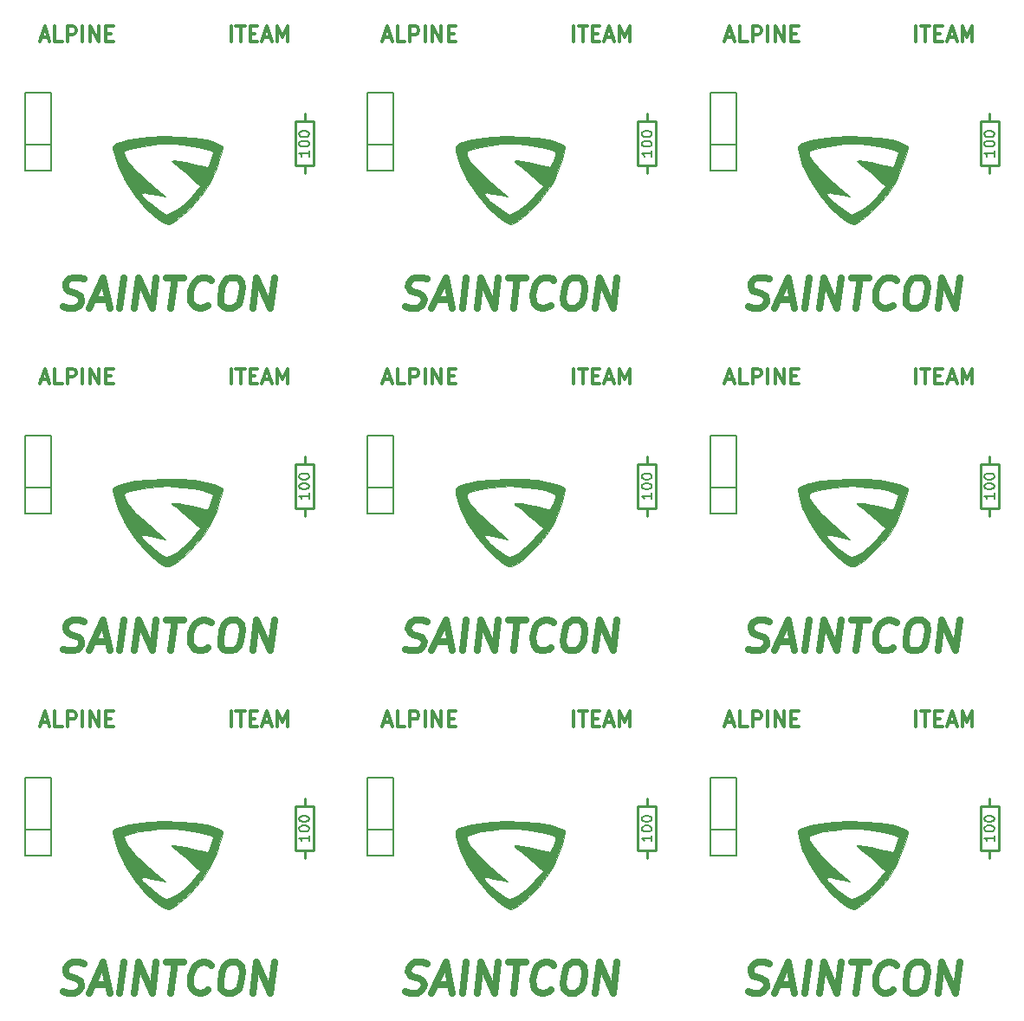
<source format=gto>
%MOIN*%
%OFA0B0*%
%FSLAX46Y46*%
%IPPOS*%
%LPD*%
%ADD10C,0.014763779527559057*%
%ADD11C,0.027066929133858268*%
%ADD12C,0.00039370078740157485*%
%ADD13C,0.01*%
%ADD14C,0.005905511811023622*%
%ADD25C,0.014763779527559057*%
%ADD26C,0.027066929133858268*%
%ADD27C,0.00039370078740157485*%
%ADD28C,0.01*%
%ADD29C,0.005905511811023622*%
%ADD30C,0.014763779527559057*%
%ADD31C,0.027066929133858268*%
%ADD32C,0.00039370078740157485*%
%ADD33C,0.01*%
%ADD34C,0.005905511811023622*%
%ADD35C,0.014763779527559057*%
%ADD36C,0.027066929133858268*%
%ADD37C,0.00039370078740157485*%
%ADD38C,0.01*%
%ADD39C,0.005905511811023622*%
%ADD40C,0.014763779527559057*%
%ADD41C,0.027066929133858268*%
%ADD42C,0.00039370078740157485*%
%ADD43C,0.01*%
%ADD44C,0.005905511811023622*%
%ADD45C,0.014763779527559057*%
%ADD46C,0.027066929133858268*%
%ADD47C,0.00039370078740157485*%
%ADD48C,0.01*%
%ADD49C,0.005905511811023622*%
%ADD50C,0.014763779527559057*%
%ADD51C,0.027066929133858268*%
%ADD52C,0.00039370078740157485*%
%ADD53C,0.01*%
%ADD54C,0.005905511811023622*%
%ADD55C,0.014763779527559057*%
%ADD56C,0.027066929133858268*%
%ADD57C,0.00039370078740157485*%
%ADD58C,0.01*%
%ADD59C,0.005905511811023622*%
%ADD60C,0.014763779527559057*%
%ADD61C,0.027066929133858268*%
%ADD62C,0.00039370078740157485*%
%ADD63C,0.01*%
%ADD64C,0.005905511811023622*%
G01*
D10*
X0000841732Y0001073284D02*
X0000841732Y0001132339D01*
X0000861417Y0001132339D02*
X0000895163Y0001132339D01*
X0000878290Y0001073284D02*
X0000878290Y0001132339D01*
X0000914848Y0001104218D02*
X0000934533Y0001104218D01*
X0000942969Y0001073284D02*
X0000914848Y0001073284D01*
X0000914848Y0001132339D01*
X0000942969Y0001132339D01*
X0000965466Y0001090157D02*
X0000993588Y0001090157D01*
X0000959842Y0001073284D02*
X0000979527Y0001132339D01*
X0000999212Y0001073284D01*
X0001018897Y0001073284D02*
X0001018897Y0001132339D01*
X0001038582Y0001090157D01*
X0001058267Y0001132339D01*
X0001058267Y0001073284D01*
X0000110798Y0001090157D02*
X0000138920Y0001090157D01*
X0000105174Y0001073284D02*
X0000124859Y0001132339D01*
X0000144544Y0001073284D01*
X0000192350Y0001073284D02*
X0000164229Y0001073284D01*
X0000164229Y0001132339D01*
X0000212035Y0001073284D02*
X0000212035Y0001132339D01*
X0000234533Y0001132339D01*
X0000240157Y0001129527D01*
X0000242969Y0001126715D01*
X0000245781Y0001121091D01*
X0000245781Y0001112654D01*
X0000242969Y0001107030D01*
X0000240157Y0001104218D01*
X0000234533Y0001101406D01*
X0000212035Y0001101406D01*
X0000271091Y0001073284D02*
X0000271091Y0001132339D01*
X0000299212Y0001073284D02*
X0000299212Y0001132339D01*
X0000332958Y0001073284D01*
X0000332958Y0001132339D01*
X0000361079Y0001104218D02*
X0000380764Y0001104218D01*
X0000389201Y0001073284D02*
X0000361079Y0001073284D01*
X0000361079Y0001132339D01*
X0000389201Y0001132339D01*
D11*
X0000195996Y0000052193D02*
X0000212166Y0000046569D01*
X0000240288Y0000046569D01*
X0000252239Y0000052193D01*
X0000258567Y0000057817D01*
X0000265597Y0000069066D01*
X0000267003Y0000080314D01*
X0000262785Y0000091563D01*
X0000257864Y0000097187D01*
X0000247318Y0000102812D01*
X0000225524Y0000108436D01*
X0000214978Y0000114060D01*
X0000210057Y0000119685D01*
X0000205839Y0000130933D01*
X0000207245Y0000142182D01*
X0000214275Y0000153430D01*
X0000220603Y0000159055D01*
X0000232554Y0000164679D01*
X0000260676Y0000164679D01*
X0000276846Y0000159055D01*
X0000311997Y0000080314D02*
X0000368240Y0000080314D01*
X0000296531Y0000046569D02*
X0000350664Y0000164679D01*
X0000375271Y0000046569D01*
X0000414641Y0000046569D02*
X0000429405Y0000164679D01*
X0000470884Y0000046569D02*
X0000485648Y0000164679D01*
X0000538375Y0000046569D01*
X0000553139Y0000164679D01*
X0000592509Y0000164679D02*
X0000660001Y0000164679D01*
X0000611491Y0000046569D02*
X0000626255Y0000164679D01*
X0000753505Y0000057817D02*
X0000747177Y0000052193D01*
X0000729601Y0000046569D01*
X0000718353Y0000046569D01*
X0000702183Y0000052193D01*
X0000692340Y0000063442D01*
X0000688122Y0000074690D01*
X0000685310Y0000097187D01*
X0000687419Y0000114060D01*
X0000695856Y0000136557D01*
X0000702886Y0000147806D01*
X0000715541Y0000159055D01*
X0000733117Y0000164679D01*
X0000744365Y0000164679D01*
X0000760535Y0000159055D01*
X0000765456Y0000153430D01*
X0000839978Y0000164679D02*
X0000862475Y0000164679D01*
X0000873021Y0000159055D01*
X0000882864Y0000147806D01*
X0000885676Y0000125309D01*
X0000880754Y0000085939D01*
X0000872318Y0000063442D01*
X0000859663Y0000052193D01*
X0000847712Y0000046569D01*
X0000825215Y0000046569D01*
X0000814669Y0000052193D01*
X0000804826Y0000063442D01*
X0000802014Y0000085939D01*
X0000806936Y0000125309D01*
X0000815372Y0000147806D01*
X0000828027Y0000159055D01*
X0000839978Y0000164679D01*
X0000926452Y0000046569D02*
X0000941216Y0000164679D01*
X0000993943Y0000046569D01*
X0001008707Y0000164679D01*
D12*
G36*
X0000645069Y0000707433D02*
G01*
X0000700403Y0000703284D01*
X0000746076Y0000695972D01*
X0000760000Y0000692299D01*
X0000786440Y0000683112D01*
X0000804563Y0000674812D01*
X0000809999Y0000670031D01*
X0000806548Y0000650183D01*
X0000797520Y0000620163D01*
X0000784905Y0000585456D01*
X0000770695Y0000551547D01*
X0000757182Y0000524455D01*
X0000735679Y0000492412D01*
X0000706884Y0000457274D01*
X0000674948Y0000423429D01*
X0000644020Y0000395263D01*
X0000618250Y0000377166D01*
X0000617526Y0000376786D01*
X0000602113Y0000370500D01*
X0000588751Y0000371806D01*
X0000571010Y0000382129D01*
X0000560941Y0000389327D01*
X0000514057Y0000430522D01*
X0000470386Y0000481828D01*
X0000432977Y0000538633D01*
X0000404878Y0000596323D01*
X0000389366Y0000648960D01*
X0000389305Y0000649449D01*
X0000430592Y0000649449D01*
X0000431553Y0000634758D01*
X0000446375Y0000611144D01*
X0000474450Y0000579330D01*
X0000515168Y0000540040D01*
X0000544839Y0000513677D01*
X0000588260Y0000476051D01*
X0000557826Y0000481718D01*
X0000532643Y0000486809D01*
X0000512997Y0000491442D01*
X0000512173Y0000491669D01*
X0000499559Y0000491205D01*
X0000496956Y0000486875D01*
X0000503393Y0000477165D01*
X0000519730Y0000461256D01*
X0000541511Y0000442758D01*
X0000564277Y0000425283D01*
X0000583569Y0000412443D01*
X0000594537Y0000407826D01*
X0000607255Y0000412081D01*
X0000627404Y0000422627D01*
X0000632736Y0000425834D01*
X0000655814Y0000443380D01*
X0000681449Y0000467562D01*
X0000692976Y0000480177D01*
X0000724077Y0000516512D01*
X0000690951Y0000547084D01*
X0000665588Y0000569486D01*
X0000640339Y0000590248D01*
X0000631739Y0000596813D01*
X0000616019Y0000609248D01*
X0000613709Y0000614837D01*
X0000623390Y0000616246D01*
X0000641312Y0000614256D01*
X0000668955Y0000608835D01*
X0000691205Y0000603478D01*
X0000719248Y0000596478D01*
X0000740447Y0000591743D01*
X0000748704Y0000590434D01*
X0000755848Y0000597657D01*
X0000764156Y0000614401D01*
X0000770718Y0000633278D01*
X0000772626Y0000646901D01*
X0000771752Y0000648971D01*
X0000757564Y0000655778D01*
X0000730734Y0000663033D01*
X0000695963Y0000669888D01*
X0000657952Y0000675492D01*
X0000621402Y0000678999D01*
X0000601304Y0000679748D01*
X0000562685Y0000678339D01*
X0000522504Y0000674225D01*
X0000484984Y0000668156D01*
X0000454347Y0000660881D01*
X0000434813Y0000653149D01*
X0000430592Y0000649449D01*
X0000389305Y0000649449D01*
X0000387394Y0000664768D01*
X0000390848Y0000674680D01*
X0000403265Y0000682123D01*
X0000428179Y0000690524D01*
X0000434164Y0000692372D01*
X0000474621Y0000700888D01*
X0000526825Y0000706236D01*
X0000585425Y0000708417D01*
X0000645069Y0000707433D01*
G37*
X0000645069Y0000707433D02*
X0000700403Y0000703284D01*
X0000746076Y0000695972D01*
X0000760000Y0000692299D01*
X0000786440Y0000683112D01*
X0000804563Y0000674812D01*
X0000809999Y0000670031D01*
X0000806548Y0000650183D01*
X0000797520Y0000620163D01*
X0000784905Y0000585456D01*
X0000770695Y0000551547D01*
X0000757182Y0000524455D01*
X0000735679Y0000492412D01*
X0000706884Y0000457274D01*
X0000674948Y0000423429D01*
X0000644020Y0000395263D01*
X0000618250Y0000377166D01*
X0000617526Y0000376786D01*
X0000602113Y0000370500D01*
X0000588751Y0000371806D01*
X0000571010Y0000382129D01*
X0000560941Y0000389327D01*
X0000514057Y0000430522D01*
X0000470386Y0000481828D01*
X0000432977Y0000538633D01*
X0000404878Y0000596323D01*
X0000389366Y0000648960D01*
X0000389305Y0000649449D01*
X0000430592Y0000649449D01*
X0000431553Y0000634758D01*
X0000446375Y0000611144D01*
X0000474450Y0000579330D01*
X0000515168Y0000540040D01*
X0000544839Y0000513677D01*
X0000588260Y0000476051D01*
X0000557826Y0000481718D01*
X0000532643Y0000486809D01*
X0000512997Y0000491442D01*
X0000512173Y0000491669D01*
X0000499559Y0000491205D01*
X0000496956Y0000486875D01*
X0000503393Y0000477165D01*
X0000519730Y0000461256D01*
X0000541511Y0000442758D01*
X0000564277Y0000425283D01*
X0000583569Y0000412443D01*
X0000594537Y0000407826D01*
X0000607255Y0000412081D01*
X0000627404Y0000422627D01*
X0000632736Y0000425834D01*
X0000655814Y0000443380D01*
X0000681449Y0000467562D01*
X0000692976Y0000480177D01*
X0000724077Y0000516512D01*
X0000690951Y0000547084D01*
X0000665588Y0000569486D01*
X0000640339Y0000590248D01*
X0000631739Y0000596813D01*
X0000616019Y0000609248D01*
X0000613709Y0000614837D01*
X0000623390Y0000616246D01*
X0000641312Y0000614256D01*
X0000668955Y0000608835D01*
X0000691205Y0000603478D01*
X0000719248Y0000596478D01*
X0000740447Y0000591743D01*
X0000748704Y0000590434D01*
X0000755848Y0000597657D01*
X0000764156Y0000614401D01*
X0000770718Y0000633278D01*
X0000772626Y0000646901D01*
X0000771752Y0000648971D01*
X0000757564Y0000655778D01*
X0000730734Y0000663033D01*
X0000695963Y0000669888D01*
X0000657952Y0000675492D01*
X0000621402Y0000678999D01*
X0000601304Y0000679748D01*
X0000562685Y0000678339D01*
X0000522504Y0000674225D01*
X0000484984Y0000668156D01*
X0000454347Y0000660881D01*
X0000434813Y0000653149D01*
X0000430592Y0000649449D01*
X0000389305Y0000649449D01*
X0000387394Y0000664768D01*
X0000390848Y0000674680D01*
X0000403265Y0000682123D01*
X0000428179Y0000690524D01*
X0000434164Y0000692372D01*
X0000474621Y0000700888D01*
X0000526825Y0000706236D01*
X0000585425Y0000708417D01*
X0000645069Y0000707433D01*
D13*
X0001089999Y0000765000D02*
X0001160000Y0000765000D01*
X0001124999Y0000595000D02*
X0001124999Y0000565000D01*
X0001124999Y0000765000D02*
X0001124999Y0000794999D01*
X0001089999Y0000765000D02*
X0001089999Y0000595000D01*
X0001160000Y0000595000D02*
X0001160000Y0000765000D01*
X0001089999Y0000595000D02*
X0001160000Y0000595000D01*
D14*
X0000049999Y0000675000D02*
X0000150000Y0000675000D01*
X0000150000Y0000875000D02*
X0000150000Y0000575000D01*
X0000049999Y0000875000D02*
X0000150000Y0000875000D01*
X0000049999Y0000575000D02*
X0000049999Y0000875000D01*
X0000150000Y0000575000D02*
X0000049999Y0000575000D01*
X0001142810Y0000653753D02*
X0001142810Y0000631256D01*
X0001142810Y0000642504D02*
X0001103440Y0000642504D01*
X0001109064Y0000638755D01*
X0001112813Y0000635005D01*
X0001114688Y0000631256D01*
X0001103440Y0000678125D02*
X0001103440Y0000681874D01*
X0001105314Y0000685624D01*
X0001107189Y0000687499D01*
X0001110939Y0000689373D01*
X0001118438Y0000691248D01*
X0001127812Y0000691248D01*
X0001135311Y0000689373D01*
X0001139060Y0000687499D01*
X0001140935Y0000685624D01*
X0001142810Y0000681874D01*
X0001142810Y0000678125D01*
X0001140935Y0000674375D01*
X0001139060Y0000672500D01*
X0001135311Y0000670626D01*
X0001127812Y0000668751D01*
X0001118438Y0000668751D01*
X0001110939Y0000670626D01*
X0001107189Y0000672500D01*
X0001105314Y0000674375D01*
X0001103440Y0000678125D01*
X0001103440Y0000715620D02*
X0001103440Y0000719370D01*
X0001105314Y0000723119D01*
X0001107189Y0000724994D01*
X0001110939Y0000726869D01*
X0001118438Y0000728743D01*
X0001127812Y0000728743D01*
X0001135311Y0000726869D01*
X0001139060Y0000724994D01*
X0001140935Y0000723119D01*
X0001142810Y0000719370D01*
X0001142810Y0000715620D01*
X0001140935Y0000711871D01*
X0001139060Y0000709996D01*
X0001135311Y0000708121D01*
X0001127812Y0000706246D01*
X0001118438Y0000706246D01*
X0001110939Y0000708121D01*
X0001107189Y0000709996D01*
X0001105314Y0000711871D01*
X0001103440Y0000715620D01*
G04 next file*
G04 Gerber Fmt 4.6, Leading zero omitted, Abs format (unit mm)*
G04 Created by KiCad (PCBNEW (5.1.10)-1) date 2021-09-22 19:04:14*
G01*
G04 APERTURE LIST*
G04 APERTURE END LIST*
D25*
X0000841732Y0002391394D02*
X0000841732Y0002450449D01*
X0000861417Y0002450449D02*
X0000895163Y0002450449D01*
X0000878290Y0002391394D02*
X0000878290Y0002450449D01*
X0000914848Y0002422328D02*
X0000934533Y0002422328D01*
X0000942969Y0002391394D02*
X0000914848Y0002391394D01*
X0000914848Y0002450449D01*
X0000942969Y0002450449D01*
X0000965466Y0002408267D02*
X0000993588Y0002408267D01*
X0000959842Y0002391394D02*
X0000979527Y0002450449D01*
X0000999212Y0002391394D01*
X0001018897Y0002391394D02*
X0001018897Y0002450449D01*
X0001038582Y0002408267D01*
X0001058267Y0002450449D01*
X0001058267Y0002391394D01*
X0000110798Y0002408267D02*
X0000138920Y0002408267D01*
X0000105174Y0002391394D02*
X0000124859Y0002450449D01*
X0000144544Y0002391394D01*
X0000192350Y0002391394D02*
X0000164229Y0002391394D01*
X0000164229Y0002450449D01*
X0000212035Y0002391394D02*
X0000212035Y0002450449D01*
X0000234533Y0002450449D01*
X0000240157Y0002447637D01*
X0000242969Y0002444825D01*
X0000245781Y0002439201D01*
X0000245781Y0002430764D01*
X0000242969Y0002425140D01*
X0000240157Y0002422328D01*
X0000234533Y0002419516D01*
X0000212035Y0002419516D01*
X0000271091Y0002391394D02*
X0000271091Y0002450449D01*
X0000299212Y0002391394D02*
X0000299212Y0002450449D01*
X0000332958Y0002391394D01*
X0000332958Y0002450449D01*
X0000361079Y0002422328D02*
X0000380764Y0002422328D01*
X0000389201Y0002391394D02*
X0000361079Y0002391394D01*
X0000361079Y0002450449D01*
X0000389201Y0002450449D01*
D26*
X0000195996Y0001370303D02*
X0000212166Y0001364679D01*
X0000240288Y0001364679D01*
X0000252239Y0001370303D01*
X0000258567Y0001375928D01*
X0000265597Y0001387176D01*
X0000267003Y0001398425D01*
X0000262785Y0001409673D01*
X0000257864Y0001415298D01*
X0000247318Y0001420922D01*
X0000225524Y0001426546D01*
X0000214978Y0001432170D01*
X0000210057Y0001437795D01*
X0000205839Y0001449043D01*
X0000207245Y0001460292D01*
X0000214275Y0001471541D01*
X0000220603Y0001477165D01*
X0000232554Y0001482789D01*
X0000260676Y0001482789D01*
X0000276846Y0001477165D01*
X0000311997Y0001398425D02*
X0000368240Y0001398425D01*
X0000296531Y0001364679D02*
X0000350664Y0001482789D01*
X0000375271Y0001364679D01*
X0000414641Y0001364679D02*
X0000429405Y0001482789D01*
X0000470884Y0001364679D02*
X0000485648Y0001482789D01*
X0000538375Y0001364679D01*
X0000553139Y0001482789D01*
X0000592509Y0001482789D02*
X0000660001Y0001482789D01*
X0000611491Y0001364679D02*
X0000626255Y0001482789D01*
X0000753505Y0001375928D02*
X0000747177Y0001370303D01*
X0000729601Y0001364679D01*
X0000718353Y0001364679D01*
X0000702183Y0001370303D01*
X0000692340Y0001381552D01*
X0000688122Y0001392800D01*
X0000685310Y0001415298D01*
X0000687419Y0001432170D01*
X0000695856Y0001454668D01*
X0000702886Y0001465916D01*
X0000715541Y0001477165D01*
X0000733117Y0001482789D01*
X0000744365Y0001482789D01*
X0000760535Y0001477165D01*
X0000765456Y0001471541D01*
X0000839978Y0001482789D02*
X0000862475Y0001482789D01*
X0000873021Y0001477165D01*
X0000882864Y0001465916D01*
X0000885676Y0001443419D01*
X0000880754Y0001404049D01*
X0000872318Y0001381552D01*
X0000859663Y0001370303D01*
X0000847712Y0001364679D01*
X0000825215Y0001364679D01*
X0000814669Y0001370303D01*
X0000804826Y0001381552D01*
X0000802014Y0001404049D01*
X0000806936Y0001443419D01*
X0000815372Y0001465916D01*
X0000828027Y0001477165D01*
X0000839978Y0001482789D01*
X0000926452Y0001364679D02*
X0000941216Y0001482789D01*
X0000993943Y0001364679D01*
X0001008707Y0001482789D01*
D27*
G36*
X0000645069Y0002025543D02*
G01*
X0000700403Y0002021394D01*
X0000746076Y0002014082D01*
X0000760000Y0002010409D01*
X0000786440Y0002001222D01*
X0000804563Y0001992923D01*
X0000809999Y0001988141D01*
X0000806548Y0001968294D01*
X0000797520Y0001938274D01*
X0000784905Y0001903566D01*
X0000770695Y0001869658D01*
X0000757182Y0001842565D01*
X0000735679Y0001810522D01*
X0000706884Y0001775384D01*
X0000674948Y0001741539D01*
X0000644020Y0001713374D01*
X0000618250Y0001695276D01*
X0000617526Y0001694897D01*
X0000602113Y0001688610D01*
X0000588751Y0001689916D01*
X0000571010Y0001700239D01*
X0000560941Y0001707437D01*
X0000514057Y0001748632D01*
X0000470386Y0001799939D01*
X0000432977Y0001856743D01*
X0000404878Y0001914434D01*
X0000389366Y0001967070D01*
X0000389305Y0001967559D01*
X0000430592Y0001967559D01*
X0000431553Y0001952868D01*
X0000446375Y0001929254D01*
X0000474450Y0001897440D01*
X0000515168Y0001858150D01*
X0000544839Y0001831788D01*
X0000588260Y0001794161D01*
X0000557826Y0001799828D01*
X0000532643Y0001804919D01*
X0000512997Y0001809552D01*
X0000512173Y0001809780D01*
X0000499559Y0001809315D01*
X0000496956Y0001804985D01*
X0000503393Y0001795275D01*
X0000519730Y0001779366D01*
X0000541511Y0001760868D01*
X0000564277Y0001743393D01*
X0000583569Y0001730553D01*
X0000594537Y0001725936D01*
X0000607255Y0001730191D01*
X0000627404Y0001740737D01*
X0000632736Y0001743944D01*
X0000655814Y0001761490D01*
X0000681449Y0001785672D01*
X0000692976Y0001798287D01*
X0000724077Y0001834622D01*
X0000690951Y0001865195D01*
X0000665588Y0001887596D01*
X0000640339Y0001908359D01*
X0000631739Y0001914924D01*
X0000616019Y0001927359D01*
X0000613709Y0001932947D01*
X0000623390Y0001934356D01*
X0000641312Y0001932367D01*
X0000668955Y0001926945D01*
X0000691205Y0001921588D01*
X0000719248Y0001914588D01*
X0000740447Y0001909854D01*
X0000748704Y0001908545D01*
X0000755848Y0001915767D01*
X0000764156Y0001932511D01*
X0000770718Y0001951388D01*
X0000772626Y0001965012D01*
X0000771752Y0001967081D01*
X0000757564Y0001973889D01*
X0000730734Y0001981144D01*
X0000695963Y0001987998D01*
X0000657952Y0001993603D01*
X0000621402Y0001997109D01*
X0000601304Y0001997858D01*
X0000562685Y0001996449D01*
X0000522504Y0001992336D01*
X0000484984Y0001986267D01*
X0000454347Y0001978991D01*
X0000434813Y0001971259D01*
X0000430592Y0001967559D01*
X0000389305Y0001967559D01*
X0000387394Y0001982878D01*
X0000390848Y0001992790D01*
X0000403265Y0002000234D01*
X0000428179Y0002008634D01*
X0000434164Y0002010482D01*
X0000474621Y0002018998D01*
X0000526825Y0002024346D01*
X0000585425Y0002026528D01*
X0000645069Y0002025543D01*
G37*
X0000645069Y0002025543D02*
X0000700403Y0002021394D01*
X0000746076Y0002014082D01*
X0000760000Y0002010409D01*
X0000786440Y0002001222D01*
X0000804563Y0001992923D01*
X0000809999Y0001988141D01*
X0000806548Y0001968294D01*
X0000797520Y0001938274D01*
X0000784905Y0001903566D01*
X0000770695Y0001869658D01*
X0000757182Y0001842565D01*
X0000735679Y0001810522D01*
X0000706884Y0001775384D01*
X0000674948Y0001741539D01*
X0000644020Y0001713374D01*
X0000618250Y0001695276D01*
X0000617526Y0001694897D01*
X0000602113Y0001688610D01*
X0000588751Y0001689916D01*
X0000571010Y0001700239D01*
X0000560941Y0001707437D01*
X0000514057Y0001748632D01*
X0000470386Y0001799939D01*
X0000432977Y0001856743D01*
X0000404878Y0001914434D01*
X0000389366Y0001967070D01*
X0000389305Y0001967559D01*
X0000430592Y0001967559D01*
X0000431553Y0001952868D01*
X0000446375Y0001929254D01*
X0000474450Y0001897440D01*
X0000515168Y0001858150D01*
X0000544839Y0001831788D01*
X0000588260Y0001794161D01*
X0000557826Y0001799828D01*
X0000532643Y0001804919D01*
X0000512997Y0001809552D01*
X0000512173Y0001809780D01*
X0000499559Y0001809315D01*
X0000496956Y0001804985D01*
X0000503393Y0001795275D01*
X0000519730Y0001779366D01*
X0000541511Y0001760868D01*
X0000564277Y0001743393D01*
X0000583569Y0001730553D01*
X0000594537Y0001725936D01*
X0000607255Y0001730191D01*
X0000627404Y0001740737D01*
X0000632736Y0001743944D01*
X0000655814Y0001761490D01*
X0000681449Y0001785672D01*
X0000692976Y0001798287D01*
X0000724077Y0001834622D01*
X0000690951Y0001865195D01*
X0000665588Y0001887596D01*
X0000640339Y0001908359D01*
X0000631739Y0001914924D01*
X0000616019Y0001927359D01*
X0000613709Y0001932947D01*
X0000623390Y0001934356D01*
X0000641312Y0001932367D01*
X0000668955Y0001926945D01*
X0000691205Y0001921588D01*
X0000719248Y0001914588D01*
X0000740447Y0001909854D01*
X0000748704Y0001908545D01*
X0000755848Y0001915767D01*
X0000764156Y0001932511D01*
X0000770718Y0001951388D01*
X0000772626Y0001965012D01*
X0000771752Y0001967081D01*
X0000757564Y0001973889D01*
X0000730734Y0001981144D01*
X0000695963Y0001987998D01*
X0000657952Y0001993603D01*
X0000621402Y0001997109D01*
X0000601304Y0001997858D01*
X0000562685Y0001996449D01*
X0000522504Y0001992336D01*
X0000484984Y0001986267D01*
X0000454347Y0001978991D01*
X0000434813Y0001971259D01*
X0000430592Y0001967559D01*
X0000389305Y0001967559D01*
X0000387394Y0001982878D01*
X0000390848Y0001992790D01*
X0000403265Y0002000234D01*
X0000428179Y0002008634D01*
X0000434164Y0002010482D01*
X0000474621Y0002018998D01*
X0000526825Y0002024346D01*
X0000585425Y0002026528D01*
X0000645069Y0002025543D01*
D28*
X0001089999Y0002083110D02*
X0001160000Y0002083110D01*
X0001124999Y0001913110D02*
X0001124999Y0001883110D01*
X0001124999Y0002083110D02*
X0001124999Y0002113110D01*
X0001089999Y0002083110D02*
X0001089999Y0001913110D01*
X0001160000Y0001913110D02*
X0001160000Y0002083110D01*
X0001089999Y0001913110D02*
X0001160000Y0001913110D01*
D29*
X0000049999Y0001993110D02*
X0000150000Y0001993110D01*
X0000150000Y0002193110D02*
X0000150000Y0001893110D01*
X0000049999Y0002193110D02*
X0000150000Y0002193110D01*
X0000049999Y0001893110D02*
X0000049999Y0002193110D01*
X0000150000Y0001893110D02*
X0000049999Y0001893110D01*
X0001142810Y0001971863D02*
X0001142810Y0001949366D01*
X0001142810Y0001960614D02*
X0001103440Y0001960614D01*
X0001109064Y0001956865D01*
X0001112813Y0001953115D01*
X0001114688Y0001949366D01*
X0001103440Y0001996235D02*
X0001103440Y0001999985D01*
X0001105314Y0002003734D01*
X0001107189Y0002005609D01*
X0001110939Y0002007484D01*
X0001118438Y0002009358D01*
X0001127812Y0002009358D01*
X0001135311Y0002007484D01*
X0001139060Y0002005609D01*
X0001140935Y0002003734D01*
X0001142810Y0001999985D01*
X0001142810Y0001996235D01*
X0001140935Y0001992485D01*
X0001139060Y0001990611D01*
X0001135311Y0001988736D01*
X0001127812Y0001986861D01*
X0001118438Y0001986861D01*
X0001110939Y0001988736D01*
X0001107189Y0001990611D01*
X0001105314Y0001992485D01*
X0001103440Y0001996235D01*
X0001103440Y0002033730D02*
X0001103440Y0002037480D01*
X0001105314Y0002041229D01*
X0001107189Y0002043104D01*
X0001110939Y0002044979D01*
X0001118438Y0002046854D01*
X0001127812Y0002046854D01*
X0001135311Y0002044979D01*
X0001139060Y0002043104D01*
X0001140935Y0002041229D01*
X0001142810Y0002037480D01*
X0001142810Y0002033730D01*
X0001140935Y0002029981D01*
X0001139060Y0002028106D01*
X0001135311Y0002026231D01*
X0001127812Y0002024356D01*
X0001118438Y0002024356D01*
X0001110939Y0002026231D01*
X0001107189Y0002028106D01*
X0001105314Y0002029981D01*
X0001103440Y0002033730D01*
G04 next file*
G04 Gerber Fmt 4.6, Leading zero omitted, Abs format (unit mm)*
G04 Created by KiCad (PCBNEW (5.1.10)-1) date 2021-09-22 19:04:14*
G01*
G04 APERTURE LIST*
G04 APERTURE END LIST*
D30*
X0000841732Y0003709505D02*
X0000841732Y0003768560D01*
X0000861417Y0003768560D02*
X0000895163Y0003768560D01*
X0000878290Y0003709505D02*
X0000878290Y0003768560D01*
X0000914848Y0003740438D02*
X0000934533Y0003740438D01*
X0000942969Y0003709505D02*
X0000914848Y0003709505D01*
X0000914848Y0003768560D01*
X0000942969Y0003768560D01*
X0000965466Y0003726377D02*
X0000993588Y0003726377D01*
X0000959842Y0003709505D02*
X0000979527Y0003768560D01*
X0000999212Y0003709505D01*
X0001018897Y0003709505D02*
X0001018897Y0003768560D01*
X0001038582Y0003726377D01*
X0001058267Y0003768560D01*
X0001058267Y0003709505D01*
X0000110798Y0003726377D02*
X0000138920Y0003726377D01*
X0000105174Y0003709505D02*
X0000124859Y0003768560D01*
X0000144544Y0003709505D01*
X0000192350Y0003709505D02*
X0000164229Y0003709505D01*
X0000164229Y0003768560D01*
X0000212035Y0003709505D02*
X0000212035Y0003768560D01*
X0000234533Y0003768560D01*
X0000240157Y0003765748D01*
X0000242969Y0003762935D01*
X0000245781Y0003757311D01*
X0000245781Y0003748875D01*
X0000242969Y0003743250D01*
X0000240157Y0003740438D01*
X0000234533Y0003737626D01*
X0000212035Y0003737626D01*
X0000271091Y0003709505D02*
X0000271091Y0003768560D01*
X0000299212Y0003709505D02*
X0000299212Y0003768560D01*
X0000332958Y0003709505D01*
X0000332958Y0003768560D01*
X0000361079Y0003740438D02*
X0000380764Y0003740438D01*
X0000389201Y0003709505D02*
X0000361079Y0003709505D01*
X0000361079Y0003768560D01*
X0000389201Y0003768560D01*
D31*
X0000195996Y0002688413D02*
X0000212166Y0002682789D01*
X0000240288Y0002682789D01*
X0000252239Y0002688413D01*
X0000258567Y0002694038D01*
X0000265597Y0002705286D01*
X0000267003Y0002716535D01*
X0000262785Y0002727784D01*
X0000257864Y0002733408D01*
X0000247318Y0002739032D01*
X0000225524Y0002744656D01*
X0000214978Y0002750281D01*
X0000210057Y0002755905D01*
X0000205839Y0002767154D01*
X0000207245Y0002778402D01*
X0000214275Y0002789651D01*
X0000220603Y0002795275D01*
X0000232554Y0002800899D01*
X0000260676Y0002800899D01*
X0000276846Y0002795275D01*
X0000311997Y0002716535D02*
X0000368240Y0002716535D01*
X0000296531Y0002682789D02*
X0000350664Y0002800899D01*
X0000375271Y0002682789D01*
X0000414641Y0002682789D02*
X0000429405Y0002800899D01*
X0000470884Y0002682789D02*
X0000485648Y0002800899D01*
X0000538375Y0002682789D01*
X0000553139Y0002800899D01*
X0000592509Y0002800899D02*
X0000660001Y0002800899D01*
X0000611491Y0002682789D02*
X0000626255Y0002800899D01*
X0000753505Y0002694038D02*
X0000747177Y0002688413D01*
X0000729601Y0002682789D01*
X0000718353Y0002682789D01*
X0000702183Y0002688413D01*
X0000692340Y0002699662D01*
X0000688122Y0002710911D01*
X0000685310Y0002733408D01*
X0000687419Y0002750281D01*
X0000695856Y0002772778D01*
X0000702886Y0002784027D01*
X0000715541Y0002795275D01*
X0000733117Y0002800899D01*
X0000744365Y0002800899D01*
X0000760535Y0002795275D01*
X0000765456Y0002789651D01*
X0000839978Y0002800899D02*
X0000862475Y0002800899D01*
X0000873021Y0002795275D01*
X0000882864Y0002784027D01*
X0000885676Y0002761529D01*
X0000880754Y0002722159D01*
X0000872318Y0002699662D01*
X0000859663Y0002688413D01*
X0000847712Y0002682789D01*
X0000825215Y0002682789D01*
X0000814669Y0002688413D01*
X0000804826Y0002699662D01*
X0000802014Y0002722159D01*
X0000806936Y0002761529D01*
X0000815372Y0002784027D01*
X0000828027Y0002795275D01*
X0000839978Y0002800899D01*
X0000926452Y0002682789D02*
X0000941216Y0002800899D01*
X0000993943Y0002682789D01*
X0001008707Y0002800899D01*
D32*
G36*
X0000645069Y0003343653D02*
G01*
X0000700403Y0003339505D01*
X0000746076Y0003332193D01*
X0000760000Y0003328519D01*
X0000786440Y0003319332D01*
X0000804563Y0003311033D01*
X0000809999Y0003306251D01*
X0000806548Y0003286404D01*
X0000797520Y0003256384D01*
X0000784905Y0003221677D01*
X0000770695Y0003187768D01*
X0000757182Y0003160675D01*
X0000735679Y0003128633D01*
X0000706884Y0003093495D01*
X0000674948Y0003059649D01*
X0000644020Y0003031484D01*
X0000618250Y0003013386D01*
X0000617526Y0003013007D01*
X0000602113Y0003006720D01*
X0000588751Y0003008026D01*
X0000571010Y0003018350D01*
X0000560941Y0003025548D01*
X0000514057Y0003066743D01*
X0000470386Y0003118049D01*
X0000432977Y0003174854D01*
X0000404878Y0003232544D01*
X0000389366Y0003285181D01*
X0000389305Y0003285669D01*
X0000430592Y0003285669D01*
X0000431553Y0003270979D01*
X0000446375Y0003247365D01*
X0000474450Y0003215551D01*
X0000515168Y0003176261D01*
X0000544839Y0003149898D01*
X0000588260Y0003112272D01*
X0000557826Y0003117938D01*
X0000532643Y0003123029D01*
X0000512997Y0003127662D01*
X0000512173Y0003127890D01*
X0000499559Y0003127425D01*
X0000496956Y0003123095D01*
X0000503393Y0003113386D01*
X0000519730Y0003097476D01*
X0000541511Y0003078978D01*
X0000564277Y0003061503D01*
X0000583569Y0003048663D01*
X0000594537Y0003044046D01*
X0000607255Y0003048301D01*
X0000627404Y0003058848D01*
X0000632736Y0003062054D01*
X0000655814Y0003079600D01*
X0000681449Y0003103782D01*
X0000692976Y0003116397D01*
X0000724077Y0003152733D01*
X0000690951Y0003183305D01*
X0000665588Y0003205706D01*
X0000640339Y0003226469D01*
X0000631739Y0003233034D01*
X0000616019Y0003245469D01*
X0000613709Y0003251058D01*
X0000623390Y0003252466D01*
X0000641312Y0003250477D01*
X0000668955Y0003245055D01*
X0000691205Y0003239698D01*
X0000719248Y0003232698D01*
X0000740447Y0003227964D01*
X0000748704Y0003226655D01*
X0000755848Y0003233878D01*
X0000764156Y0003250621D01*
X0000770718Y0003269498D01*
X0000772626Y0003283122D01*
X0000771752Y0003285192D01*
X0000757564Y0003291999D01*
X0000730734Y0003299254D01*
X0000695963Y0003306108D01*
X0000657952Y0003311713D01*
X0000621402Y0003315219D01*
X0000601304Y0003315968D01*
X0000562685Y0003314560D01*
X0000522504Y0003310446D01*
X0000484984Y0003304377D01*
X0000454347Y0003297102D01*
X0000434813Y0003289370D01*
X0000430592Y0003285669D01*
X0000389305Y0003285669D01*
X0000387394Y0003300988D01*
X0000390848Y0003310901D01*
X0000403265Y0003318344D01*
X0000428179Y0003326745D01*
X0000434164Y0003328592D01*
X0000474621Y0003337108D01*
X0000526825Y0003342457D01*
X0000585425Y0003344638D01*
X0000645069Y0003343653D01*
G37*
X0000645069Y0003343653D02*
X0000700403Y0003339505D01*
X0000746076Y0003332193D01*
X0000760000Y0003328519D01*
X0000786440Y0003319332D01*
X0000804563Y0003311033D01*
X0000809999Y0003306251D01*
X0000806548Y0003286404D01*
X0000797520Y0003256384D01*
X0000784905Y0003221677D01*
X0000770695Y0003187768D01*
X0000757182Y0003160675D01*
X0000735679Y0003128633D01*
X0000706884Y0003093495D01*
X0000674948Y0003059649D01*
X0000644020Y0003031484D01*
X0000618250Y0003013386D01*
X0000617526Y0003013007D01*
X0000602113Y0003006720D01*
X0000588751Y0003008026D01*
X0000571010Y0003018350D01*
X0000560941Y0003025548D01*
X0000514057Y0003066743D01*
X0000470386Y0003118049D01*
X0000432977Y0003174854D01*
X0000404878Y0003232544D01*
X0000389366Y0003285181D01*
X0000389305Y0003285669D01*
X0000430592Y0003285669D01*
X0000431553Y0003270979D01*
X0000446375Y0003247365D01*
X0000474450Y0003215551D01*
X0000515168Y0003176261D01*
X0000544839Y0003149898D01*
X0000588260Y0003112272D01*
X0000557826Y0003117938D01*
X0000532643Y0003123029D01*
X0000512997Y0003127662D01*
X0000512173Y0003127890D01*
X0000499559Y0003127425D01*
X0000496956Y0003123095D01*
X0000503393Y0003113386D01*
X0000519730Y0003097476D01*
X0000541511Y0003078978D01*
X0000564277Y0003061503D01*
X0000583569Y0003048663D01*
X0000594537Y0003044046D01*
X0000607255Y0003048301D01*
X0000627404Y0003058848D01*
X0000632736Y0003062054D01*
X0000655814Y0003079600D01*
X0000681449Y0003103782D01*
X0000692976Y0003116397D01*
X0000724077Y0003152733D01*
X0000690951Y0003183305D01*
X0000665588Y0003205706D01*
X0000640339Y0003226469D01*
X0000631739Y0003233034D01*
X0000616019Y0003245469D01*
X0000613709Y0003251058D01*
X0000623390Y0003252466D01*
X0000641312Y0003250477D01*
X0000668955Y0003245055D01*
X0000691205Y0003239698D01*
X0000719248Y0003232698D01*
X0000740447Y0003227964D01*
X0000748704Y0003226655D01*
X0000755848Y0003233878D01*
X0000764156Y0003250621D01*
X0000770718Y0003269498D01*
X0000772626Y0003283122D01*
X0000771752Y0003285192D01*
X0000757564Y0003291999D01*
X0000730734Y0003299254D01*
X0000695963Y0003306108D01*
X0000657952Y0003311713D01*
X0000621402Y0003315219D01*
X0000601304Y0003315968D01*
X0000562685Y0003314560D01*
X0000522504Y0003310446D01*
X0000484984Y0003304377D01*
X0000454347Y0003297102D01*
X0000434813Y0003289370D01*
X0000430592Y0003285669D01*
X0000389305Y0003285669D01*
X0000387394Y0003300988D01*
X0000390848Y0003310901D01*
X0000403265Y0003318344D01*
X0000428179Y0003326745D01*
X0000434164Y0003328592D01*
X0000474621Y0003337108D01*
X0000526825Y0003342457D01*
X0000585425Y0003344638D01*
X0000645069Y0003343653D01*
D33*
X0001089999Y0003401220D02*
X0001160000Y0003401220D01*
X0001124999Y0003231220D02*
X0001124999Y0003201220D01*
X0001124999Y0003401220D02*
X0001124999Y0003431220D01*
X0001089999Y0003401220D02*
X0001089999Y0003231220D01*
X0001160000Y0003231220D02*
X0001160000Y0003401220D01*
X0001089999Y0003231220D02*
X0001160000Y0003231220D01*
D34*
X0000049999Y0003311220D02*
X0000150000Y0003311220D01*
X0000150000Y0003511220D02*
X0000150000Y0003211220D01*
X0000049999Y0003511220D02*
X0000150000Y0003511220D01*
X0000049999Y0003211220D02*
X0000049999Y0003511220D01*
X0000150000Y0003211220D02*
X0000049999Y0003211220D01*
X0001142810Y0003289973D02*
X0001142810Y0003267476D01*
X0001142810Y0003278725D02*
X0001103440Y0003278725D01*
X0001109064Y0003274975D01*
X0001112813Y0003271226D01*
X0001114688Y0003267476D01*
X0001103440Y0003314345D02*
X0001103440Y0003318095D01*
X0001105314Y0003321844D01*
X0001107189Y0003323719D01*
X0001110939Y0003325594D01*
X0001118438Y0003327469D01*
X0001127812Y0003327469D01*
X0001135311Y0003325594D01*
X0001139060Y0003323719D01*
X0001140935Y0003321844D01*
X0001142810Y0003318095D01*
X0001142810Y0003314345D01*
X0001140935Y0003310596D01*
X0001139060Y0003308721D01*
X0001135311Y0003306846D01*
X0001127812Y0003304971D01*
X0001118438Y0003304971D01*
X0001110939Y0003306846D01*
X0001107189Y0003308721D01*
X0001105314Y0003310596D01*
X0001103440Y0003314345D01*
X0001103440Y0003351841D02*
X0001103440Y0003355590D01*
X0001105314Y0003359340D01*
X0001107189Y0003361214D01*
X0001110939Y0003363089D01*
X0001118438Y0003364964D01*
X0001127812Y0003364964D01*
X0001135311Y0003363089D01*
X0001139060Y0003361214D01*
X0001140935Y0003359340D01*
X0001142810Y0003355590D01*
X0001142810Y0003351841D01*
X0001140935Y0003348091D01*
X0001139060Y0003346216D01*
X0001135311Y0003344341D01*
X0001127812Y0003342467D01*
X0001118438Y0003342467D01*
X0001110939Y0003344341D01*
X0001107189Y0003346216D01*
X0001105314Y0003348091D01*
X0001103440Y0003351841D01*
G04 next file*
G04 Gerber Fmt 4.6, Leading zero omitted, Abs format (unit mm)*
G04 Created by KiCad (PCBNEW (5.1.10)-1) date 2021-09-22 19:04:14*
G01*
G04 APERTURE LIST*
G04 APERTURE END LIST*
D35*
X0002159842Y0001073284D02*
X0002159842Y0001132339D01*
X0002179527Y0001132339D02*
X0002213273Y0001132339D01*
X0002196400Y0001073284D02*
X0002196400Y0001132339D01*
X0002232958Y0001104218D02*
X0002252643Y0001104218D01*
X0002261079Y0001073284D02*
X0002232958Y0001073284D01*
X0002232958Y0001132339D01*
X0002261079Y0001132339D01*
X0002283577Y0001090157D02*
X0002311698Y0001090157D01*
X0002277952Y0001073284D02*
X0002297637Y0001132339D01*
X0002317322Y0001073284D01*
X0002337007Y0001073284D02*
X0002337007Y0001132339D01*
X0002356692Y0001090157D01*
X0002376377Y0001132339D01*
X0002376377Y0001073284D01*
X0001428908Y0001090157D02*
X0001457030Y0001090157D01*
X0001423284Y0001073284D02*
X0001442969Y0001132339D01*
X0001462654Y0001073284D01*
X0001510461Y0001073284D02*
X0001482339Y0001073284D01*
X0001482339Y0001132339D01*
X0001530146Y0001073284D02*
X0001530146Y0001132339D01*
X0001552643Y0001132339D01*
X0001558267Y0001129527D01*
X0001561079Y0001126715D01*
X0001563891Y0001121091D01*
X0001563891Y0001112654D01*
X0001561079Y0001107030D01*
X0001558267Y0001104218D01*
X0001552643Y0001101406D01*
X0001530146Y0001101406D01*
X0001589201Y0001073284D02*
X0001589201Y0001132339D01*
X0001617322Y0001073284D02*
X0001617322Y0001132339D01*
X0001651068Y0001073284D01*
X0001651068Y0001132339D01*
X0001679190Y0001104218D02*
X0001698875Y0001104218D01*
X0001707311Y0001073284D02*
X0001679190Y0001073284D01*
X0001679190Y0001132339D01*
X0001707311Y0001132339D01*
D36*
X0001514107Y0000052193D02*
X0001530276Y0000046569D01*
X0001558398Y0000046569D01*
X0001570349Y0000052193D01*
X0001576677Y0000057817D01*
X0001583707Y0000069066D01*
X0001585113Y0000080314D01*
X0001580895Y0000091563D01*
X0001575974Y0000097187D01*
X0001565428Y0000102812D01*
X0001543634Y0000108436D01*
X0001533089Y0000114060D01*
X0001528167Y0000119685D01*
X0001523949Y0000130933D01*
X0001525355Y0000142182D01*
X0001532385Y0000153430D01*
X0001538713Y0000159055D01*
X0001550664Y0000164679D01*
X0001578786Y0000164679D01*
X0001594956Y0000159055D01*
X0001630108Y0000080314D02*
X0001686351Y0000080314D01*
X0001614641Y0000046569D02*
X0001668775Y0000164679D01*
X0001693381Y0000046569D01*
X0001732751Y0000046569D02*
X0001747515Y0000164679D01*
X0001788994Y0000046569D02*
X0001803758Y0000164679D01*
X0001856486Y0000046569D01*
X0001871249Y0000164679D01*
X0001910619Y0000164679D02*
X0001978111Y0000164679D01*
X0001929601Y0000046569D02*
X0001944365Y0000164679D01*
X0002071615Y0000057817D02*
X0002065288Y0000052193D01*
X0002047712Y0000046569D01*
X0002036463Y0000046569D01*
X0002020293Y0000052193D01*
X0002010451Y0000063442D01*
X0002006232Y0000074690D01*
X0002003420Y0000097187D01*
X0002005529Y0000114060D01*
X0002013966Y0000136557D01*
X0002020996Y0000147806D01*
X0002033651Y0000159055D01*
X0002051227Y0000164679D01*
X0002062475Y0000164679D01*
X0002078645Y0000159055D01*
X0002083567Y0000153430D01*
X0002158089Y0000164679D02*
X0002180586Y0000164679D01*
X0002191131Y0000159055D01*
X0002200974Y0000147806D01*
X0002203786Y0000125309D01*
X0002198865Y0000085939D01*
X0002190428Y0000063442D01*
X0002177774Y0000052193D01*
X0002165822Y0000046569D01*
X0002143325Y0000046569D01*
X0002132779Y0000052193D01*
X0002122937Y0000063442D01*
X0002120125Y0000085939D01*
X0002125046Y0000125309D01*
X0002133482Y0000147806D01*
X0002146137Y0000159055D01*
X0002158089Y0000164679D01*
X0002244562Y0000046569D02*
X0002259326Y0000164679D01*
X0002312054Y0000046569D01*
X0002326817Y0000164679D01*
D37*
G36*
X0001963179Y0000707433D02*
G01*
X0002018513Y0000703284D01*
X0002064186Y0000695972D01*
X0002078110Y0000692299D01*
X0002104550Y0000683112D01*
X0002122673Y0000674812D01*
X0002128110Y0000670031D01*
X0002124658Y0000650183D01*
X0002115630Y0000620163D01*
X0002103015Y0000585456D01*
X0002088805Y0000551547D01*
X0002075293Y0000524455D01*
X0002053789Y0000492412D01*
X0002024994Y0000457274D01*
X0001993058Y0000423429D01*
X0001962130Y0000395263D01*
X0001936360Y0000377166D01*
X0001935636Y0000376786D01*
X0001920224Y0000370500D01*
X0001906861Y0000371806D01*
X0001889121Y0000382129D01*
X0001879051Y0000389327D01*
X0001832167Y0000430522D01*
X0001788497Y0000481828D01*
X0001751088Y0000538633D01*
X0001722988Y0000596323D01*
X0001707476Y0000648960D01*
X0001707415Y0000649449D01*
X0001748702Y0000649449D01*
X0001749663Y0000634758D01*
X0001764486Y0000611144D01*
X0001792560Y0000579330D01*
X0001833279Y0000540040D01*
X0001862949Y0000513677D01*
X0001906371Y0000476051D01*
X0001875936Y0000481718D01*
X0001850753Y0000486809D01*
X0001831107Y0000491442D01*
X0001830284Y0000491669D01*
X0001817670Y0000491205D01*
X0001815066Y0000486875D01*
X0001821503Y0000477165D01*
X0001837841Y0000461256D01*
X0001859621Y0000442758D01*
X0001882387Y0000425283D01*
X0001901679Y0000412443D01*
X0001912647Y0000407826D01*
X0001925366Y0000412081D01*
X0001945514Y0000422627D01*
X0001950847Y0000425834D01*
X0001973924Y0000443380D01*
X0001999559Y0000467562D01*
X0002011086Y0000480177D01*
X0002042188Y0000516512D01*
X0002009062Y0000547084D01*
X0001983698Y0000569486D01*
X0001958450Y0000590248D01*
X0001949849Y0000596813D01*
X0001934129Y0000609248D01*
X0001931819Y0000614837D01*
X0001941500Y0000616246D01*
X0001959423Y0000614256D01*
X0001987065Y0000608835D01*
X0002009316Y0000603478D01*
X0002037358Y0000596478D01*
X0002058557Y0000591743D01*
X0002066814Y0000590434D01*
X0002073959Y0000597657D01*
X0002082266Y0000614401D01*
X0002088828Y0000633278D01*
X0002090736Y0000646901D01*
X0002089863Y0000648971D01*
X0002075675Y0000655778D01*
X0002048844Y0000663033D01*
X0002014073Y0000669888D01*
X0001976062Y0000675492D01*
X0001939512Y0000678999D01*
X0001919414Y0000679748D01*
X0001880795Y0000678339D01*
X0001840614Y0000674225D01*
X0001803094Y0000668156D01*
X0001772457Y0000660881D01*
X0001752924Y0000653149D01*
X0001748702Y0000649449D01*
X0001707415Y0000649449D01*
X0001705504Y0000664768D01*
X0001708958Y0000674680D01*
X0001721375Y0000682123D01*
X0001746289Y0000690524D01*
X0001752274Y0000692372D01*
X0001792731Y0000700888D01*
X0001844935Y0000706236D01*
X0001903535Y0000708417D01*
X0001963179Y0000707433D01*
G37*
X0001963179Y0000707433D02*
X0002018513Y0000703284D01*
X0002064186Y0000695972D01*
X0002078110Y0000692299D01*
X0002104550Y0000683112D01*
X0002122673Y0000674812D01*
X0002128110Y0000670031D01*
X0002124658Y0000650183D01*
X0002115630Y0000620163D01*
X0002103015Y0000585456D01*
X0002088805Y0000551547D01*
X0002075293Y0000524455D01*
X0002053789Y0000492412D01*
X0002024994Y0000457274D01*
X0001993058Y0000423429D01*
X0001962130Y0000395263D01*
X0001936360Y0000377166D01*
X0001935636Y0000376786D01*
X0001920224Y0000370500D01*
X0001906861Y0000371806D01*
X0001889121Y0000382129D01*
X0001879051Y0000389327D01*
X0001832167Y0000430522D01*
X0001788497Y0000481828D01*
X0001751088Y0000538633D01*
X0001722988Y0000596323D01*
X0001707476Y0000648960D01*
X0001707415Y0000649449D01*
X0001748702Y0000649449D01*
X0001749663Y0000634758D01*
X0001764486Y0000611144D01*
X0001792560Y0000579330D01*
X0001833279Y0000540040D01*
X0001862949Y0000513677D01*
X0001906371Y0000476051D01*
X0001875936Y0000481718D01*
X0001850753Y0000486809D01*
X0001831107Y0000491442D01*
X0001830284Y0000491669D01*
X0001817670Y0000491205D01*
X0001815066Y0000486875D01*
X0001821503Y0000477165D01*
X0001837841Y0000461256D01*
X0001859621Y0000442758D01*
X0001882387Y0000425283D01*
X0001901679Y0000412443D01*
X0001912647Y0000407826D01*
X0001925366Y0000412081D01*
X0001945514Y0000422627D01*
X0001950847Y0000425834D01*
X0001973924Y0000443380D01*
X0001999559Y0000467562D01*
X0002011086Y0000480177D01*
X0002042188Y0000516512D01*
X0002009062Y0000547084D01*
X0001983698Y0000569486D01*
X0001958450Y0000590248D01*
X0001949849Y0000596813D01*
X0001934129Y0000609248D01*
X0001931819Y0000614837D01*
X0001941500Y0000616246D01*
X0001959423Y0000614256D01*
X0001987065Y0000608835D01*
X0002009316Y0000603478D01*
X0002037358Y0000596478D01*
X0002058557Y0000591743D01*
X0002066814Y0000590434D01*
X0002073959Y0000597657D01*
X0002082266Y0000614401D01*
X0002088828Y0000633278D01*
X0002090736Y0000646901D01*
X0002089863Y0000648971D01*
X0002075675Y0000655778D01*
X0002048844Y0000663033D01*
X0002014073Y0000669888D01*
X0001976062Y0000675492D01*
X0001939512Y0000678999D01*
X0001919414Y0000679748D01*
X0001880795Y0000678339D01*
X0001840614Y0000674225D01*
X0001803094Y0000668156D01*
X0001772457Y0000660881D01*
X0001752924Y0000653149D01*
X0001748702Y0000649449D01*
X0001707415Y0000649449D01*
X0001705504Y0000664768D01*
X0001708958Y0000674680D01*
X0001721375Y0000682123D01*
X0001746289Y0000690524D01*
X0001752274Y0000692372D01*
X0001792731Y0000700888D01*
X0001844935Y0000706236D01*
X0001903535Y0000708417D01*
X0001963179Y0000707433D01*
D38*
X0002408110Y0000765000D02*
X0002478110Y0000765000D01*
X0002443110Y0000595000D02*
X0002443110Y0000565000D01*
X0002443110Y0000765000D02*
X0002443110Y0000794999D01*
X0002408110Y0000765000D02*
X0002408110Y0000595000D01*
X0002478110Y0000595000D02*
X0002478110Y0000765000D01*
X0002408110Y0000595000D02*
X0002478110Y0000595000D01*
D39*
X0001368110Y0000675000D02*
X0001468110Y0000675000D01*
X0001468110Y0000875000D02*
X0001468110Y0000575000D01*
X0001368110Y0000875000D02*
X0001468110Y0000875000D01*
X0001368110Y0000575000D02*
X0001368110Y0000875000D01*
X0001468110Y0000575000D02*
X0001368110Y0000575000D01*
X0002460920Y0000653753D02*
X0002460920Y0000631256D01*
X0002460920Y0000642504D02*
X0002421550Y0000642504D01*
X0002427174Y0000638755D01*
X0002430924Y0000635005D01*
X0002432798Y0000631256D01*
X0002421550Y0000678125D02*
X0002421550Y0000681874D01*
X0002423425Y0000685624D01*
X0002425299Y0000687499D01*
X0002429049Y0000689373D01*
X0002436548Y0000691248D01*
X0002445922Y0000691248D01*
X0002453421Y0000689373D01*
X0002457170Y0000687499D01*
X0002459045Y0000685624D01*
X0002460920Y0000681874D01*
X0002460920Y0000678125D01*
X0002459045Y0000674375D01*
X0002457170Y0000672500D01*
X0002453421Y0000670626D01*
X0002445922Y0000668751D01*
X0002436548Y0000668751D01*
X0002429049Y0000670626D01*
X0002425299Y0000672500D01*
X0002423425Y0000674375D01*
X0002421550Y0000678125D01*
X0002421550Y0000715620D02*
X0002421550Y0000719370D01*
X0002423425Y0000723119D01*
X0002425299Y0000724994D01*
X0002429049Y0000726869D01*
X0002436548Y0000728743D01*
X0002445922Y0000728743D01*
X0002453421Y0000726869D01*
X0002457170Y0000724994D01*
X0002459045Y0000723119D01*
X0002460920Y0000719370D01*
X0002460920Y0000715620D01*
X0002459045Y0000711871D01*
X0002457170Y0000709996D01*
X0002453421Y0000708121D01*
X0002445922Y0000706246D01*
X0002436548Y0000706246D01*
X0002429049Y0000708121D01*
X0002425299Y0000709996D01*
X0002423425Y0000711871D01*
X0002421550Y0000715620D01*
G04 next file*
G04 Gerber Fmt 4.6, Leading zero omitted, Abs format (unit mm)*
G04 Created by KiCad (PCBNEW (5.1.10)-1) date 2021-09-22 19:04:14*
G01*
G04 APERTURE LIST*
G04 APERTURE END LIST*
D40*
X0003477952Y0001073284D02*
X0003477952Y0001132339D01*
X0003497637Y0001132339D02*
X0003531383Y0001132339D01*
X0003514510Y0001073284D02*
X0003514510Y0001132339D01*
X0003551068Y0001104218D02*
X0003570753Y0001104218D01*
X0003579190Y0001073284D02*
X0003551068Y0001073284D01*
X0003551068Y0001132339D01*
X0003579190Y0001132339D01*
X0003601687Y0001090157D02*
X0003629808Y0001090157D01*
X0003596062Y0001073284D02*
X0003615747Y0001132339D01*
X0003635433Y0001073284D01*
X0003655118Y0001073284D02*
X0003655118Y0001132339D01*
X0003674803Y0001090157D01*
X0003694488Y0001132339D01*
X0003694488Y0001073284D01*
X0002747019Y0001090157D02*
X0002775140Y0001090157D01*
X0002741394Y0001073284D02*
X0002761079Y0001132339D01*
X0002780764Y0001073284D01*
X0002828571Y0001073284D02*
X0002800449Y0001073284D01*
X0002800449Y0001132339D01*
X0002848256Y0001073284D02*
X0002848256Y0001132339D01*
X0002870753Y0001132339D01*
X0002876377Y0001129527D01*
X0002879190Y0001126715D01*
X0002882002Y0001121091D01*
X0002882002Y0001112654D01*
X0002879190Y0001107030D01*
X0002876377Y0001104218D01*
X0002870753Y0001101406D01*
X0002848256Y0001101406D01*
X0002907311Y0001073284D02*
X0002907311Y0001132339D01*
X0002935433Y0001073284D02*
X0002935433Y0001132339D01*
X0002969178Y0001073284D01*
X0002969178Y0001132339D01*
X0002997300Y0001104218D02*
X0003016985Y0001104218D01*
X0003025421Y0001073284D02*
X0002997300Y0001073284D01*
X0002997300Y0001132339D01*
X0003025421Y0001132339D01*
D41*
X0002832217Y0000052193D02*
X0002848387Y0000046569D01*
X0002876508Y0000046569D01*
X0002888460Y0000052193D01*
X0002894787Y0000057817D01*
X0002901817Y0000069066D01*
X0002903223Y0000080314D01*
X0002899005Y0000091563D01*
X0002894084Y0000097187D01*
X0002883538Y0000102812D01*
X0002861744Y0000108436D01*
X0002851199Y0000114060D01*
X0002846277Y0000119685D01*
X0002842059Y0000130933D01*
X0002843465Y0000142182D01*
X0002850496Y0000153430D01*
X0002856823Y0000159055D01*
X0002868775Y0000164679D01*
X0002896896Y0000164679D01*
X0002913066Y0000159055D01*
X0002948218Y0000080314D02*
X0003004461Y0000080314D01*
X0002932751Y0000046569D02*
X0002986885Y0000164679D01*
X0003011491Y0000046569D01*
X0003050861Y0000046569D02*
X0003065625Y0000164679D01*
X0003107104Y0000046569D02*
X0003121868Y0000164679D01*
X0003174596Y0000046569D01*
X0003189360Y0000164679D01*
X0003228730Y0000164679D02*
X0003296221Y0000164679D01*
X0003247712Y0000046569D02*
X0003262475Y0000164679D01*
X0003389725Y0000057817D02*
X0003383398Y0000052193D01*
X0003365822Y0000046569D01*
X0003354573Y0000046569D01*
X0003338403Y0000052193D01*
X0003328561Y0000063442D01*
X0003324343Y0000074690D01*
X0003321531Y0000097187D01*
X0003323640Y0000114060D01*
X0003332076Y0000136557D01*
X0003339107Y0000147806D01*
X0003351761Y0000159055D01*
X0003369337Y0000164679D01*
X0003380586Y0000164679D01*
X0003396756Y0000159055D01*
X0003401677Y0000153430D01*
X0003476199Y0000164679D02*
X0003498696Y0000164679D01*
X0003509241Y0000159055D01*
X0003519084Y0000147806D01*
X0003521896Y0000125309D01*
X0003516975Y0000085939D01*
X0003508538Y0000063442D01*
X0003495884Y0000052193D01*
X0003483932Y0000046569D01*
X0003461435Y0000046569D01*
X0003450889Y0000052193D01*
X0003441047Y0000063442D01*
X0003438235Y0000085939D01*
X0003443156Y0000125309D01*
X0003451592Y0000147806D01*
X0003464247Y0000159055D01*
X0003476199Y0000164679D01*
X0003562672Y0000046569D02*
X0003577436Y0000164679D01*
X0003630164Y0000046569D01*
X0003644928Y0000164679D01*
D42*
G36*
X0003281289Y0000707433D02*
G01*
X0003336623Y0000703284D01*
X0003382297Y0000695972D01*
X0003396220Y0000692299D01*
X0003422660Y0000683112D01*
X0003440783Y0000674812D01*
X0003446220Y0000670031D01*
X0003442768Y0000650183D01*
X0003433740Y0000620163D01*
X0003421126Y0000585456D01*
X0003406916Y0000551547D01*
X0003393403Y0000524455D01*
X0003371899Y0000492412D01*
X0003343105Y0000457274D01*
X0003311168Y0000423429D01*
X0003280240Y0000395263D01*
X0003254470Y0000377166D01*
X0003253747Y0000376786D01*
X0003238334Y0000370500D01*
X0003224971Y0000371806D01*
X0003207231Y0000382129D01*
X0003197161Y0000389327D01*
X0003150277Y0000430522D01*
X0003106607Y0000481828D01*
X0003069198Y0000538633D01*
X0003041098Y0000596323D01*
X0003025586Y0000648960D01*
X0003025525Y0000649449D01*
X0003066813Y0000649449D01*
X0003067774Y0000634758D01*
X0003082596Y0000611144D01*
X0003110671Y0000579330D01*
X0003151389Y0000540040D01*
X0003181060Y0000513677D01*
X0003224481Y0000476051D01*
X0003194046Y0000481718D01*
X0003168863Y0000486809D01*
X0003149217Y0000491442D01*
X0003148394Y0000491669D01*
X0003135780Y0000491205D01*
X0003133176Y0000486875D01*
X0003139613Y0000477165D01*
X0003155951Y0000461256D01*
X0003177732Y0000442758D01*
X0003200497Y0000425283D01*
X0003219789Y0000412443D01*
X0003230757Y0000407826D01*
X0003243476Y0000412081D01*
X0003263624Y0000422627D01*
X0003268957Y0000425834D01*
X0003292035Y0000443380D01*
X0003317669Y0000467562D01*
X0003329196Y0000480177D01*
X0003360298Y0000516512D01*
X0003327172Y0000547084D01*
X0003301808Y0000569486D01*
X0003276560Y0000590248D01*
X0003267959Y0000596813D01*
X0003252239Y0000609248D01*
X0003249929Y0000614837D01*
X0003259610Y0000616246D01*
X0003277533Y0000614256D01*
X0003305176Y0000608835D01*
X0003327426Y0000603478D01*
X0003355468Y0000596478D01*
X0003376667Y0000591743D01*
X0003384924Y0000590434D01*
X0003392069Y0000597657D01*
X0003400377Y0000614401D01*
X0003406939Y0000633278D01*
X0003408846Y0000646901D01*
X0003407973Y0000648971D01*
X0003393785Y0000655778D01*
X0003366955Y0000663033D01*
X0003332184Y0000669888D01*
X0003294172Y0000675492D01*
X0003257622Y0000678999D01*
X0003237524Y0000679748D01*
X0003198905Y0000678339D01*
X0003158724Y0000674225D01*
X0003121204Y0000668156D01*
X0003090567Y0000660881D01*
X0003071034Y0000653149D01*
X0003066813Y0000649449D01*
X0003025525Y0000649449D01*
X0003023614Y0000664768D01*
X0003027069Y0000674680D01*
X0003039485Y0000682123D01*
X0003064399Y0000690524D01*
X0003070384Y0000692372D01*
X0003110841Y0000700888D01*
X0003163046Y0000706236D01*
X0003221646Y0000708417D01*
X0003281289Y0000707433D01*
G37*
X0003281289Y0000707433D02*
X0003336623Y0000703284D01*
X0003382297Y0000695972D01*
X0003396220Y0000692299D01*
X0003422660Y0000683112D01*
X0003440783Y0000674812D01*
X0003446220Y0000670031D01*
X0003442768Y0000650183D01*
X0003433740Y0000620163D01*
X0003421126Y0000585456D01*
X0003406916Y0000551547D01*
X0003393403Y0000524455D01*
X0003371899Y0000492412D01*
X0003343105Y0000457274D01*
X0003311168Y0000423429D01*
X0003280240Y0000395263D01*
X0003254470Y0000377166D01*
X0003253747Y0000376786D01*
X0003238334Y0000370500D01*
X0003224971Y0000371806D01*
X0003207231Y0000382129D01*
X0003197161Y0000389327D01*
X0003150277Y0000430522D01*
X0003106607Y0000481828D01*
X0003069198Y0000538633D01*
X0003041098Y0000596323D01*
X0003025586Y0000648960D01*
X0003025525Y0000649449D01*
X0003066813Y0000649449D01*
X0003067774Y0000634758D01*
X0003082596Y0000611144D01*
X0003110671Y0000579330D01*
X0003151389Y0000540040D01*
X0003181060Y0000513677D01*
X0003224481Y0000476051D01*
X0003194046Y0000481718D01*
X0003168863Y0000486809D01*
X0003149217Y0000491442D01*
X0003148394Y0000491669D01*
X0003135780Y0000491205D01*
X0003133176Y0000486875D01*
X0003139613Y0000477165D01*
X0003155951Y0000461256D01*
X0003177732Y0000442758D01*
X0003200497Y0000425283D01*
X0003219789Y0000412443D01*
X0003230757Y0000407826D01*
X0003243476Y0000412081D01*
X0003263624Y0000422627D01*
X0003268957Y0000425834D01*
X0003292035Y0000443380D01*
X0003317669Y0000467562D01*
X0003329196Y0000480177D01*
X0003360298Y0000516512D01*
X0003327172Y0000547084D01*
X0003301808Y0000569486D01*
X0003276560Y0000590248D01*
X0003267959Y0000596813D01*
X0003252239Y0000609248D01*
X0003249929Y0000614837D01*
X0003259610Y0000616246D01*
X0003277533Y0000614256D01*
X0003305176Y0000608835D01*
X0003327426Y0000603478D01*
X0003355468Y0000596478D01*
X0003376667Y0000591743D01*
X0003384924Y0000590434D01*
X0003392069Y0000597657D01*
X0003400377Y0000614401D01*
X0003406939Y0000633278D01*
X0003408846Y0000646901D01*
X0003407973Y0000648971D01*
X0003393785Y0000655778D01*
X0003366955Y0000663033D01*
X0003332184Y0000669888D01*
X0003294172Y0000675492D01*
X0003257622Y0000678999D01*
X0003237524Y0000679748D01*
X0003198905Y0000678339D01*
X0003158724Y0000674225D01*
X0003121204Y0000668156D01*
X0003090567Y0000660881D01*
X0003071034Y0000653149D01*
X0003066813Y0000649449D01*
X0003025525Y0000649449D01*
X0003023614Y0000664768D01*
X0003027069Y0000674680D01*
X0003039485Y0000682123D01*
X0003064399Y0000690524D01*
X0003070384Y0000692372D01*
X0003110841Y0000700888D01*
X0003163046Y0000706236D01*
X0003221646Y0000708417D01*
X0003281289Y0000707433D01*
D43*
X0003726220Y0000765000D02*
X0003796220Y0000765000D01*
X0003761220Y0000595000D02*
X0003761220Y0000565000D01*
X0003761220Y0000765000D02*
X0003761220Y0000794999D01*
X0003726220Y0000765000D02*
X0003726220Y0000595000D01*
X0003796220Y0000595000D02*
X0003796220Y0000765000D01*
X0003726220Y0000595000D02*
X0003796220Y0000595000D01*
D44*
X0002686220Y0000675000D02*
X0002786220Y0000675000D01*
X0002786220Y0000875000D02*
X0002786220Y0000575000D01*
X0002686220Y0000875000D02*
X0002786220Y0000875000D01*
X0002686220Y0000575000D02*
X0002686220Y0000875000D01*
X0002786220Y0000575000D02*
X0002686220Y0000575000D01*
X0003779030Y0000653753D02*
X0003779030Y0000631256D01*
X0003779030Y0000642504D02*
X0003739660Y0000642504D01*
X0003745284Y0000638755D01*
X0003749034Y0000635005D01*
X0003750909Y0000631256D01*
X0003739660Y0000678125D02*
X0003739660Y0000681874D01*
X0003741535Y0000685624D01*
X0003743410Y0000687499D01*
X0003747159Y0000689373D01*
X0003754658Y0000691248D01*
X0003764032Y0000691248D01*
X0003771531Y0000689373D01*
X0003775281Y0000687499D01*
X0003777155Y0000685624D01*
X0003779030Y0000681874D01*
X0003779030Y0000678125D01*
X0003777155Y0000674375D01*
X0003775281Y0000672500D01*
X0003771531Y0000670626D01*
X0003764032Y0000668751D01*
X0003754658Y0000668751D01*
X0003747159Y0000670626D01*
X0003743410Y0000672500D01*
X0003741535Y0000674375D01*
X0003739660Y0000678125D01*
X0003739660Y0000715620D02*
X0003739660Y0000719370D01*
X0003741535Y0000723119D01*
X0003743410Y0000724994D01*
X0003747159Y0000726869D01*
X0003754658Y0000728743D01*
X0003764032Y0000728743D01*
X0003771531Y0000726869D01*
X0003775281Y0000724994D01*
X0003777155Y0000723119D01*
X0003779030Y0000719370D01*
X0003779030Y0000715620D01*
X0003777155Y0000711871D01*
X0003775281Y0000709996D01*
X0003771531Y0000708121D01*
X0003764032Y0000706246D01*
X0003754658Y0000706246D01*
X0003747159Y0000708121D01*
X0003743410Y0000709996D01*
X0003741535Y0000711871D01*
X0003739660Y0000715620D01*
G04 next file*
G04 Gerber Fmt 4.6, Leading zero omitted, Abs format (unit mm)*
G04 Created by KiCad (PCBNEW (5.1.10)-1) date 2021-09-22 19:04:14*
G01*
G04 APERTURE LIST*
G04 APERTURE END LIST*
D45*
X0002159842Y0002391394D02*
X0002159842Y0002450449D01*
X0002179527Y0002450449D02*
X0002213273Y0002450449D01*
X0002196400Y0002391394D02*
X0002196400Y0002450449D01*
X0002232958Y0002422328D02*
X0002252643Y0002422328D01*
X0002261079Y0002391394D02*
X0002232958Y0002391394D01*
X0002232958Y0002450449D01*
X0002261079Y0002450449D01*
X0002283577Y0002408267D02*
X0002311698Y0002408267D01*
X0002277952Y0002391394D02*
X0002297637Y0002450449D01*
X0002317322Y0002391394D01*
X0002337007Y0002391394D02*
X0002337007Y0002450449D01*
X0002356692Y0002408267D01*
X0002376377Y0002450449D01*
X0002376377Y0002391394D01*
X0001428908Y0002408267D02*
X0001457030Y0002408267D01*
X0001423284Y0002391394D02*
X0001442969Y0002450449D01*
X0001462654Y0002391394D01*
X0001510461Y0002391394D02*
X0001482339Y0002391394D01*
X0001482339Y0002450449D01*
X0001530146Y0002391394D02*
X0001530146Y0002450449D01*
X0001552643Y0002450449D01*
X0001558267Y0002447637D01*
X0001561079Y0002444825D01*
X0001563891Y0002439201D01*
X0001563891Y0002430764D01*
X0001561079Y0002425140D01*
X0001558267Y0002422328D01*
X0001552643Y0002419516D01*
X0001530146Y0002419516D01*
X0001589201Y0002391394D02*
X0001589201Y0002450449D01*
X0001617322Y0002391394D02*
X0001617322Y0002450449D01*
X0001651068Y0002391394D01*
X0001651068Y0002450449D01*
X0001679190Y0002422328D02*
X0001698875Y0002422328D01*
X0001707311Y0002391394D02*
X0001679190Y0002391394D01*
X0001679190Y0002450449D01*
X0001707311Y0002450449D01*
D46*
X0001514107Y0001370303D02*
X0001530276Y0001364679D01*
X0001558398Y0001364679D01*
X0001570349Y0001370303D01*
X0001576677Y0001375928D01*
X0001583707Y0001387176D01*
X0001585113Y0001398425D01*
X0001580895Y0001409673D01*
X0001575974Y0001415298D01*
X0001565428Y0001420922D01*
X0001543634Y0001426546D01*
X0001533089Y0001432170D01*
X0001528167Y0001437795D01*
X0001523949Y0001449043D01*
X0001525355Y0001460292D01*
X0001532385Y0001471541D01*
X0001538713Y0001477165D01*
X0001550664Y0001482789D01*
X0001578786Y0001482789D01*
X0001594956Y0001477165D01*
X0001630108Y0001398425D02*
X0001686351Y0001398425D01*
X0001614641Y0001364679D02*
X0001668775Y0001482789D01*
X0001693381Y0001364679D01*
X0001732751Y0001364679D02*
X0001747515Y0001482789D01*
X0001788994Y0001364679D02*
X0001803758Y0001482789D01*
X0001856486Y0001364679D01*
X0001871249Y0001482789D01*
X0001910619Y0001482789D02*
X0001978111Y0001482789D01*
X0001929601Y0001364679D02*
X0001944365Y0001482789D01*
X0002071615Y0001375928D02*
X0002065288Y0001370303D01*
X0002047712Y0001364679D01*
X0002036463Y0001364679D01*
X0002020293Y0001370303D01*
X0002010451Y0001381552D01*
X0002006232Y0001392800D01*
X0002003420Y0001415298D01*
X0002005529Y0001432170D01*
X0002013966Y0001454668D01*
X0002020996Y0001465916D01*
X0002033651Y0001477165D01*
X0002051227Y0001482789D01*
X0002062475Y0001482789D01*
X0002078645Y0001477165D01*
X0002083567Y0001471541D01*
X0002158089Y0001482789D02*
X0002180586Y0001482789D01*
X0002191131Y0001477165D01*
X0002200974Y0001465916D01*
X0002203786Y0001443419D01*
X0002198865Y0001404049D01*
X0002190428Y0001381552D01*
X0002177774Y0001370303D01*
X0002165822Y0001364679D01*
X0002143325Y0001364679D01*
X0002132779Y0001370303D01*
X0002122937Y0001381552D01*
X0002120125Y0001404049D01*
X0002125046Y0001443419D01*
X0002133482Y0001465916D01*
X0002146137Y0001477165D01*
X0002158089Y0001482789D01*
X0002244562Y0001364679D02*
X0002259326Y0001482789D01*
X0002312054Y0001364679D01*
X0002326817Y0001482789D01*
D47*
G36*
X0001963179Y0002025543D02*
G01*
X0002018513Y0002021394D01*
X0002064186Y0002014082D01*
X0002078110Y0002010409D01*
X0002104550Y0002001222D01*
X0002122673Y0001992923D01*
X0002128110Y0001988141D01*
X0002124658Y0001968294D01*
X0002115630Y0001938274D01*
X0002103015Y0001903566D01*
X0002088805Y0001869658D01*
X0002075293Y0001842565D01*
X0002053789Y0001810522D01*
X0002024994Y0001775384D01*
X0001993058Y0001741539D01*
X0001962130Y0001713374D01*
X0001936360Y0001695276D01*
X0001935636Y0001694897D01*
X0001920224Y0001688610D01*
X0001906861Y0001689916D01*
X0001889121Y0001700239D01*
X0001879051Y0001707437D01*
X0001832167Y0001748632D01*
X0001788497Y0001799939D01*
X0001751088Y0001856743D01*
X0001722988Y0001914434D01*
X0001707476Y0001967070D01*
X0001707415Y0001967559D01*
X0001748702Y0001967559D01*
X0001749663Y0001952868D01*
X0001764486Y0001929254D01*
X0001792560Y0001897440D01*
X0001833279Y0001858150D01*
X0001862949Y0001831788D01*
X0001906371Y0001794161D01*
X0001875936Y0001799828D01*
X0001850753Y0001804919D01*
X0001831107Y0001809552D01*
X0001830284Y0001809780D01*
X0001817670Y0001809315D01*
X0001815066Y0001804985D01*
X0001821503Y0001795275D01*
X0001837841Y0001779366D01*
X0001859621Y0001760868D01*
X0001882387Y0001743393D01*
X0001901679Y0001730553D01*
X0001912647Y0001725936D01*
X0001925366Y0001730191D01*
X0001945514Y0001740737D01*
X0001950847Y0001743944D01*
X0001973924Y0001761490D01*
X0001999559Y0001785672D01*
X0002011086Y0001798287D01*
X0002042188Y0001834622D01*
X0002009062Y0001865195D01*
X0001983698Y0001887596D01*
X0001958450Y0001908359D01*
X0001949849Y0001914924D01*
X0001934129Y0001927359D01*
X0001931819Y0001932947D01*
X0001941500Y0001934356D01*
X0001959423Y0001932367D01*
X0001987065Y0001926945D01*
X0002009316Y0001921588D01*
X0002037358Y0001914588D01*
X0002058557Y0001909854D01*
X0002066814Y0001908545D01*
X0002073959Y0001915767D01*
X0002082266Y0001932511D01*
X0002088828Y0001951388D01*
X0002090736Y0001965012D01*
X0002089863Y0001967081D01*
X0002075675Y0001973889D01*
X0002048844Y0001981144D01*
X0002014073Y0001987998D01*
X0001976062Y0001993603D01*
X0001939512Y0001997109D01*
X0001919414Y0001997858D01*
X0001880795Y0001996449D01*
X0001840614Y0001992336D01*
X0001803094Y0001986267D01*
X0001772457Y0001978991D01*
X0001752924Y0001971259D01*
X0001748702Y0001967559D01*
X0001707415Y0001967559D01*
X0001705504Y0001982878D01*
X0001708958Y0001992790D01*
X0001721375Y0002000234D01*
X0001746289Y0002008634D01*
X0001752274Y0002010482D01*
X0001792731Y0002018998D01*
X0001844935Y0002024346D01*
X0001903535Y0002026528D01*
X0001963179Y0002025543D01*
G37*
X0001963179Y0002025543D02*
X0002018513Y0002021394D01*
X0002064186Y0002014082D01*
X0002078110Y0002010409D01*
X0002104550Y0002001222D01*
X0002122673Y0001992923D01*
X0002128110Y0001988141D01*
X0002124658Y0001968294D01*
X0002115630Y0001938274D01*
X0002103015Y0001903566D01*
X0002088805Y0001869658D01*
X0002075293Y0001842565D01*
X0002053789Y0001810522D01*
X0002024994Y0001775384D01*
X0001993058Y0001741539D01*
X0001962130Y0001713374D01*
X0001936360Y0001695276D01*
X0001935636Y0001694897D01*
X0001920224Y0001688610D01*
X0001906861Y0001689916D01*
X0001889121Y0001700239D01*
X0001879051Y0001707437D01*
X0001832167Y0001748632D01*
X0001788497Y0001799939D01*
X0001751088Y0001856743D01*
X0001722988Y0001914434D01*
X0001707476Y0001967070D01*
X0001707415Y0001967559D01*
X0001748702Y0001967559D01*
X0001749663Y0001952868D01*
X0001764486Y0001929254D01*
X0001792560Y0001897440D01*
X0001833279Y0001858150D01*
X0001862949Y0001831788D01*
X0001906371Y0001794161D01*
X0001875936Y0001799828D01*
X0001850753Y0001804919D01*
X0001831107Y0001809552D01*
X0001830284Y0001809780D01*
X0001817670Y0001809315D01*
X0001815066Y0001804985D01*
X0001821503Y0001795275D01*
X0001837841Y0001779366D01*
X0001859621Y0001760868D01*
X0001882387Y0001743393D01*
X0001901679Y0001730553D01*
X0001912647Y0001725936D01*
X0001925366Y0001730191D01*
X0001945514Y0001740737D01*
X0001950847Y0001743944D01*
X0001973924Y0001761490D01*
X0001999559Y0001785672D01*
X0002011086Y0001798287D01*
X0002042188Y0001834622D01*
X0002009062Y0001865195D01*
X0001983698Y0001887596D01*
X0001958450Y0001908359D01*
X0001949849Y0001914924D01*
X0001934129Y0001927359D01*
X0001931819Y0001932947D01*
X0001941500Y0001934356D01*
X0001959423Y0001932367D01*
X0001987065Y0001926945D01*
X0002009316Y0001921588D01*
X0002037358Y0001914588D01*
X0002058557Y0001909854D01*
X0002066814Y0001908545D01*
X0002073959Y0001915767D01*
X0002082266Y0001932511D01*
X0002088828Y0001951388D01*
X0002090736Y0001965012D01*
X0002089863Y0001967081D01*
X0002075675Y0001973889D01*
X0002048844Y0001981144D01*
X0002014073Y0001987998D01*
X0001976062Y0001993603D01*
X0001939512Y0001997109D01*
X0001919414Y0001997858D01*
X0001880795Y0001996449D01*
X0001840614Y0001992336D01*
X0001803094Y0001986267D01*
X0001772457Y0001978991D01*
X0001752924Y0001971259D01*
X0001748702Y0001967559D01*
X0001707415Y0001967559D01*
X0001705504Y0001982878D01*
X0001708958Y0001992790D01*
X0001721375Y0002000234D01*
X0001746289Y0002008634D01*
X0001752274Y0002010482D01*
X0001792731Y0002018998D01*
X0001844935Y0002024346D01*
X0001903535Y0002026528D01*
X0001963179Y0002025543D01*
D48*
X0002408110Y0002083110D02*
X0002478110Y0002083110D01*
X0002443110Y0001913110D02*
X0002443110Y0001883110D01*
X0002443110Y0002083110D02*
X0002443110Y0002113110D01*
X0002408110Y0002083110D02*
X0002408110Y0001913110D01*
X0002478110Y0001913110D02*
X0002478110Y0002083110D01*
X0002408110Y0001913110D02*
X0002478110Y0001913110D01*
D49*
X0001368110Y0001993110D02*
X0001468110Y0001993110D01*
X0001468110Y0002193110D02*
X0001468110Y0001893110D01*
X0001368110Y0002193110D02*
X0001468110Y0002193110D01*
X0001368110Y0001893110D02*
X0001368110Y0002193110D01*
X0001468110Y0001893110D02*
X0001368110Y0001893110D01*
X0002460920Y0001971863D02*
X0002460920Y0001949366D01*
X0002460920Y0001960614D02*
X0002421550Y0001960614D01*
X0002427174Y0001956865D01*
X0002430924Y0001953115D01*
X0002432798Y0001949366D01*
X0002421550Y0001996235D02*
X0002421550Y0001999985D01*
X0002423425Y0002003734D01*
X0002425299Y0002005609D01*
X0002429049Y0002007484D01*
X0002436548Y0002009358D01*
X0002445922Y0002009358D01*
X0002453421Y0002007484D01*
X0002457170Y0002005609D01*
X0002459045Y0002003734D01*
X0002460920Y0001999985D01*
X0002460920Y0001996235D01*
X0002459045Y0001992485D01*
X0002457170Y0001990611D01*
X0002453421Y0001988736D01*
X0002445922Y0001986861D01*
X0002436548Y0001986861D01*
X0002429049Y0001988736D01*
X0002425299Y0001990611D01*
X0002423425Y0001992485D01*
X0002421550Y0001996235D01*
X0002421550Y0002033730D02*
X0002421550Y0002037480D01*
X0002423425Y0002041229D01*
X0002425299Y0002043104D01*
X0002429049Y0002044979D01*
X0002436548Y0002046854D01*
X0002445922Y0002046854D01*
X0002453421Y0002044979D01*
X0002457170Y0002043104D01*
X0002459045Y0002041229D01*
X0002460920Y0002037480D01*
X0002460920Y0002033730D01*
X0002459045Y0002029981D01*
X0002457170Y0002028106D01*
X0002453421Y0002026231D01*
X0002445922Y0002024356D01*
X0002436548Y0002024356D01*
X0002429049Y0002026231D01*
X0002425299Y0002028106D01*
X0002423425Y0002029981D01*
X0002421550Y0002033730D01*
G04 next file*
G04 Gerber Fmt 4.6, Leading zero omitted, Abs format (unit mm)*
G04 Created by KiCad (PCBNEW (5.1.10)-1) date 2021-09-22 19:04:14*
G01*
G04 APERTURE LIST*
G04 APERTURE END LIST*
D50*
X0002159842Y0003709505D02*
X0002159842Y0003768560D01*
X0002179527Y0003768560D02*
X0002213273Y0003768560D01*
X0002196400Y0003709505D02*
X0002196400Y0003768560D01*
X0002232958Y0003740438D02*
X0002252643Y0003740438D01*
X0002261079Y0003709505D02*
X0002232958Y0003709505D01*
X0002232958Y0003768560D01*
X0002261079Y0003768560D01*
X0002283577Y0003726377D02*
X0002311698Y0003726377D01*
X0002277952Y0003709505D02*
X0002297637Y0003768560D01*
X0002317322Y0003709505D01*
X0002337007Y0003709505D02*
X0002337007Y0003768560D01*
X0002356692Y0003726377D01*
X0002376377Y0003768560D01*
X0002376377Y0003709505D01*
X0001428908Y0003726377D02*
X0001457030Y0003726377D01*
X0001423284Y0003709505D02*
X0001442969Y0003768560D01*
X0001462654Y0003709505D01*
X0001510461Y0003709505D02*
X0001482339Y0003709505D01*
X0001482339Y0003768560D01*
X0001530146Y0003709505D02*
X0001530146Y0003768560D01*
X0001552643Y0003768560D01*
X0001558267Y0003765748D01*
X0001561079Y0003762935D01*
X0001563891Y0003757311D01*
X0001563891Y0003748875D01*
X0001561079Y0003743250D01*
X0001558267Y0003740438D01*
X0001552643Y0003737626D01*
X0001530146Y0003737626D01*
X0001589201Y0003709505D02*
X0001589201Y0003768560D01*
X0001617322Y0003709505D02*
X0001617322Y0003768560D01*
X0001651068Y0003709505D01*
X0001651068Y0003768560D01*
X0001679190Y0003740438D02*
X0001698875Y0003740438D01*
X0001707311Y0003709505D02*
X0001679190Y0003709505D01*
X0001679190Y0003768560D01*
X0001707311Y0003768560D01*
D51*
X0001514107Y0002688413D02*
X0001530276Y0002682789D01*
X0001558398Y0002682789D01*
X0001570349Y0002688413D01*
X0001576677Y0002694038D01*
X0001583707Y0002705286D01*
X0001585113Y0002716535D01*
X0001580895Y0002727784D01*
X0001575974Y0002733408D01*
X0001565428Y0002739032D01*
X0001543634Y0002744656D01*
X0001533089Y0002750281D01*
X0001528167Y0002755905D01*
X0001523949Y0002767154D01*
X0001525355Y0002778402D01*
X0001532385Y0002789651D01*
X0001538713Y0002795275D01*
X0001550664Y0002800899D01*
X0001578786Y0002800899D01*
X0001594956Y0002795275D01*
X0001630108Y0002716535D02*
X0001686351Y0002716535D01*
X0001614641Y0002682789D02*
X0001668775Y0002800899D01*
X0001693381Y0002682789D01*
X0001732751Y0002682789D02*
X0001747515Y0002800899D01*
X0001788994Y0002682789D02*
X0001803758Y0002800899D01*
X0001856486Y0002682789D01*
X0001871249Y0002800899D01*
X0001910619Y0002800899D02*
X0001978111Y0002800899D01*
X0001929601Y0002682789D02*
X0001944365Y0002800899D01*
X0002071615Y0002694038D02*
X0002065288Y0002688413D01*
X0002047712Y0002682789D01*
X0002036463Y0002682789D01*
X0002020293Y0002688413D01*
X0002010451Y0002699662D01*
X0002006232Y0002710911D01*
X0002003420Y0002733408D01*
X0002005529Y0002750281D01*
X0002013966Y0002772778D01*
X0002020996Y0002784027D01*
X0002033651Y0002795275D01*
X0002051227Y0002800899D01*
X0002062475Y0002800899D01*
X0002078645Y0002795275D01*
X0002083567Y0002789651D01*
X0002158089Y0002800899D02*
X0002180586Y0002800899D01*
X0002191131Y0002795275D01*
X0002200974Y0002784027D01*
X0002203786Y0002761529D01*
X0002198865Y0002722159D01*
X0002190428Y0002699662D01*
X0002177774Y0002688413D01*
X0002165822Y0002682789D01*
X0002143325Y0002682789D01*
X0002132779Y0002688413D01*
X0002122937Y0002699662D01*
X0002120125Y0002722159D01*
X0002125046Y0002761529D01*
X0002133482Y0002784027D01*
X0002146137Y0002795275D01*
X0002158089Y0002800899D01*
X0002244562Y0002682789D02*
X0002259326Y0002800899D01*
X0002312054Y0002682789D01*
X0002326817Y0002800899D01*
D52*
G36*
X0001963179Y0003343653D02*
G01*
X0002018513Y0003339505D01*
X0002064186Y0003332193D01*
X0002078110Y0003328519D01*
X0002104550Y0003319332D01*
X0002122673Y0003311033D01*
X0002128110Y0003306251D01*
X0002124658Y0003286404D01*
X0002115630Y0003256384D01*
X0002103015Y0003221677D01*
X0002088805Y0003187768D01*
X0002075293Y0003160675D01*
X0002053789Y0003128633D01*
X0002024994Y0003093495D01*
X0001993058Y0003059649D01*
X0001962130Y0003031484D01*
X0001936360Y0003013386D01*
X0001935636Y0003013007D01*
X0001920224Y0003006720D01*
X0001906861Y0003008026D01*
X0001889121Y0003018350D01*
X0001879051Y0003025548D01*
X0001832167Y0003066743D01*
X0001788497Y0003118049D01*
X0001751088Y0003174854D01*
X0001722988Y0003232544D01*
X0001707476Y0003285181D01*
X0001707415Y0003285669D01*
X0001748702Y0003285669D01*
X0001749663Y0003270979D01*
X0001764486Y0003247365D01*
X0001792560Y0003215551D01*
X0001833279Y0003176261D01*
X0001862949Y0003149898D01*
X0001906371Y0003112272D01*
X0001875936Y0003117938D01*
X0001850753Y0003123029D01*
X0001831107Y0003127662D01*
X0001830284Y0003127890D01*
X0001817670Y0003127425D01*
X0001815066Y0003123095D01*
X0001821503Y0003113386D01*
X0001837841Y0003097476D01*
X0001859621Y0003078978D01*
X0001882387Y0003061503D01*
X0001901679Y0003048663D01*
X0001912647Y0003044046D01*
X0001925366Y0003048301D01*
X0001945514Y0003058848D01*
X0001950847Y0003062054D01*
X0001973924Y0003079600D01*
X0001999559Y0003103782D01*
X0002011086Y0003116397D01*
X0002042188Y0003152733D01*
X0002009062Y0003183305D01*
X0001983698Y0003205706D01*
X0001958450Y0003226469D01*
X0001949849Y0003233034D01*
X0001934129Y0003245469D01*
X0001931819Y0003251058D01*
X0001941500Y0003252466D01*
X0001959423Y0003250477D01*
X0001987065Y0003245055D01*
X0002009316Y0003239698D01*
X0002037358Y0003232698D01*
X0002058557Y0003227964D01*
X0002066814Y0003226655D01*
X0002073959Y0003233878D01*
X0002082266Y0003250621D01*
X0002088828Y0003269498D01*
X0002090736Y0003283122D01*
X0002089863Y0003285192D01*
X0002075675Y0003291999D01*
X0002048844Y0003299254D01*
X0002014073Y0003306108D01*
X0001976062Y0003311713D01*
X0001939512Y0003315219D01*
X0001919414Y0003315968D01*
X0001880795Y0003314560D01*
X0001840614Y0003310446D01*
X0001803094Y0003304377D01*
X0001772457Y0003297102D01*
X0001752924Y0003289370D01*
X0001748702Y0003285669D01*
X0001707415Y0003285669D01*
X0001705504Y0003300988D01*
X0001708958Y0003310901D01*
X0001721375Y0003318344D01*
X0001746289Y0003326745D01*
X0001752274Y0003328592D01*
X0001792731Y0003337108D01*
X0001844935Y0003342457D01*
X0001903535Y0003344638D01*
X0001963179Y0003343653D01*
G37*
X0001963179Y0003343653D02*
X0002018513Y0003339505D01*
X0002064186Y0003332193D01*
X0002078110Y0003328519D01*
X0002104550Y0003319332D01*
X0002122673Y0003311033D01*
X0002128110Y0003306251D01*
X0002124658Y0003286404D01*
X0002115630Y0003256384D01*
X0002103015Y0003221677D01*
X0002088805Y0003187768D01*
X0002075293Y0003160675D01*
X0002053789Y0003128633D01*
X0002024994Y0003093495D01*
X0001993058Y0003059649D01*
X0001962130Y0003031484D01*
X0001936360Y0003013386D01*
X0001935636Y0003013007D01*
X0001920224Y0003006720D01*
X0001906861Y0003008026D01*
X0001889121Y0003018350D01*
X0001879051Y0003025548D01*
X0001832167Y0003066743D01*
X0001788497Y0003118049D01*
X0001751088Y0003174854D01*
X0001722988Y0003232544D01*
X0001707476Y0003285181D01*
X0001707415Y0003285669D01*
X0001748702Y0003285669D01*
X0001749663Y0003270979D01*
X0001764486Y0003247365D01*
X0001792560Y0003215551D01*
X0001833279Y0003176261D01*
X0001862949Y0003149898D01*
X0001906371Y0003112272D01*
X0001875936Y0003117938D01*
X0001850753Y0003123029D01*
X0001831107Y0003127662D01*
X0001830284Y0003127890D01*
X0001817670Y0003127425D01*
X0001815066Y0003123095D01*
X0001821503Y0003113386D01*
X0001837841Y0003097476D01*
X0001859621Y0003078978D01*
X0001882387Y0003061503D01*
X0001901679Y0003048663D01*
X0001912647Y0003044046D01*
X0001925366Y0003048301D01*
X0001945514Y0003058848D01*
X0001950847Y0003062054D01*
X0001973924Y0003079600D01*
X0001999559Y0003103782D01*
X0002011086Y0003116397D01*
X0002042188Y0003152733D01*
X0002009062Y0003183305D01*
X0001983698Y0003205706D01*
X0001958450Y0003226469D01*
X0001949849Y0003233034D01*
X0001934129Y0003245469D01*
X0001931819Y0003251058D01*
X0001941500Y0003252466D01*
X0001959423Y0003250477D01*
X0001987065Y0003245055D01*
X0002009316Y0003239698D01*
X0002037358Y0003232698D01*
X0002058557Y0003227964D01*
X0002066814Y0003226655D01*
X0002073959Y0003233878D01*
X0002082266Y0003250621D01*
X0002088828Y0003269498D01*
X0002090736Y0003283122D01*
X0002089863Y0003285192D01*
X0002075675Y0003291999D01*
X0002048844Y0003299254D01*
X0002014073Y0003306108D01*
X0001976062Y0003311713D01*
X0001939512Y0003315219D01*
X0001919414Y0003315968D01*
X0001880795Y0003314560D01*
X0001840614Y0003310446D01*
X0001803094Y0003304377D01*
X0001772457Y0003297102D01*
X0001752924Y0003289370D01*
X0001748702Y0003285669D01*
X0001707415Y0003285669D01*
X0001705504Y0003300988D01*
X0001708958Y0003310901D01*
X0001721375Y0003318344D01*
X0001746289Y0003326745D01*
X0001752274Y0003328592D01*
X0001792731Y0003337108D01*
X0001844935Y0003342457D01*
X0001903535Y0003344638D01*
X0001963179Y0003343653D01*
D53*
X0002408110Y0003401220D02*
X0002478110Y0003401220D01*
X0002443110Y0003231220D02*
X0002443110Y0003201220D01*
X0002443110Y0003401220D02*
X0002443110Y0003431220D01*
X0002408110Y0003401220D02*
X0002408110Y0003231220D01*
X0002478110Y0003231220D02*
X0002478110Y0003401220D01*
X0002408110Y0003231220D02*
X0002478110Y0003231220D01*
D54*
X0001368110Y0003311220D02*
X0001468110Y0003311220D01*
X0001468110Y0003511220D02*
X0001468110Y0003211220D01*
X0001368110Y0003511220D02*
X0001468110Y0003511220D01*
X0001368110Y0003211220D02*
X0001368110Y0003511220D01*
X0001468110Y0003211220D02*
X0001368110Y0003211220D01*
X0002460920Y0003289973D02*
X0002460920Y0003267476D01*
X0002460920Y0003278725D02*
X0002421550Y0003278725D01*
X0002427174Y0003274975D01*
X0002430924Y0003271226D01*
X0002432798Y0003267476D01*
X0002421550Y0003314345D02*
X0002421550Y0003318095D01*
X0002423425Y0003321844D01*
X0002425299Y0003323719D01*
X0002429049Y0003325594D01*
X0002436548Y0003327469D01*
X0002445922Y0003327469D01*
X0002453421Y0003325594D01*
X0002457170Y0003323719D01*
X0002459045Y0003321844D01*
X0002460920Y0003318095D01*
X0002460920Y0003314345D01*
X0002459045Y0003310596D01*
X0002457170Y0003308721D01*
X0002453421Y0003306846D01*
X0002445922Y0003304971D01*
X0002436548Y0003304971D01*
X0002429049Y0003306846D01*
X0002425299Y0003308721D01*
X0002423425Y0003310596D01*
X0002421550Y0003314345D01*
X0002421550Y0003351841D02*
X0002421550Y0003355590D01*
X0002423425Y0003359340D01*
X0002425299Y0003361214D01*
X0002429049Y0003363089D01*
X0002436548Y0003364964D01*
X0002445922Y0003364964D01*
X0002453421Y0003363089D01*
X0002457170Y0003361214D01*
X0002459045Y0003359340D01*
X0002460920Y0003355590D01*
X0002460920Y0003351841D01*
X0002459045Y0003348091D01*
X0002457170Y0003346216D01*
X0002453421Y0003344341D01*
X0002445922Y0003342467D01*
X0002436548Y0003342467D01*
X0002429049Y0003344341D01*
X0002425299Y0003346216D01*
X0002423425Y0003348091D01*
X0002421550Y0003351841D01*
G04 next file*
G04 Gerber Fmt 4.6, Leading zero omitted, Abs format (unit mm)*
G04 Created by KiCad (PCBNEW (5.1.10)-1) date 2021-09-22 19:04:14*
G01*
G04 APERTURE LIST*
G04 APERTURE END LIST*
D55*
X0003477952Y0002391394D02*
X0003477952Y0002450449D01*
X0003497637Y0002450449D02*
X0003531383Y0002450449D01*
X0003514510Y0002391394D02*
X0003514510Y0002450449D01*
X0003551068Y0002422328D02*
X0003570753Y0002422328D01*
X0003579190Y0002391394D02*
X0003551068Y0002391394D01*
X0003551068Y0002450449D01*
X0003579190Y0002450449D01*
X0003601687Y0002408267D02*
X0003629808Y0002408267D01*
X0003596062Y0002391394D02*
X0003615747Y0002450449D01*
X0003635433Y0002391394D01*
X0003655118Y0002391394D02*
X0003655118Y0002450449D01*
X0003674803Y0002408267D01*
X0003694488Y0002450449D01*
X0003694488Y0002391394D01*
X0002747019Y0002408267D02*
X0002775140Y0002408267D01*
X0002741394Y0002391394D02*
X0002761079Y0002450449D01*
X0002780764Y0002391394D01*
X0002828571Y0002391394D02*
X0002800449Y0002391394D01*
X0002800449Y0002450449D01*
X0002848256Y0002391394D02*
X0002848256Y0002450449D01*
X0002870753Y0002450449D01*
X0002876377Y0002447637D01*
X0002879190Y0002444825D01*
X0002882002Y0002439201D01*
X0002882002Y0002430764D01*
X0002879190Y0002425140D01*
X0002876377Y0002422328D01*
X0002870753Y0002419516D01*
X0002848256Y0002419516D01*
X0002907311Y0002391394D02*
X0002907311Y0002450449D01*
X0002935433Y0002391394D02*
X0002935433Y0002450449D01*
X0002969178Y0002391394D01*
X0002969178Y0002450449D01*
X0002997300Y0002422328D02*
X0003016985Y0002422328D01*
X0003025421Y0002391394D02*
X0002997300Y0002391394D01*
X0002997300Y0002450449D01*
X0003025421Y0002450449D01*
D56*
X0002832217Y0001370303D02*
X0002848387Y0001364679D01*
X0002876508Y0001364679D01*
X0002888460Y0001370303D01*
X0002894787Y0001375928D01*
X0002901817Y0001387176D01*
X0002903223Y0001398425D01*
X0002899005Y0001409673D01*
X0002894084Y0001415298D01*
X0002883538Y0001420922D01*
X0002861744Y0001426546D01*
X0002851199Y0001432170D01*
X0002846277Y0001437795D01*
X0002842059Y0001449043D01*
X0002843465Y0001460292D01*
X0002850496Y0001471541D01*
X0002856823Y0001477165D01*
X0002868775Y0001482789D01*
X0002896896Y0001482789D01*
X0002913066Y0001477165D01*
X0002948218Y0001398425D02*
X0003004461Y0001398425D01*
X0002932751Y0001364679D02*
X0002986885Y0001482789D01*
X0003011491Y0001364679D01*
X0003050861Y0001364679D02*
X0003065625Y0001482789D01*
X0003107104Y0001364679D02*
X0003121868Y0001482789D01*
X0003174596Y0001364679D01*
X0003189360Y0001482789D01*
X0003228730Y0001482789D02*
X0003296221Y0001482789D01*
X0003247712Y0001364679D02*
X0003262475Y0001482789D01*
X0003389725Y0001375928D02*
X0003383398Y0001370303D01*
X0003365822Y0001364679D01*
X0003354573Y0001364679D01*
X0003338403Y0001370303D01*
X0003328561Y0001381552D01*
X0003324343Y0001392800D01*
X0003321531Y0001415298D01*
X0003323640Y0001432170D01*
X0003332076Y0001454668D01*
X0003339107Y0001465916D01*
X0003351761Y0001477165D01*
X0003369337Y0001482789D01*
X0003380586Y0001482789D01*
X0003396756Y0001477165D01*
X0003401677Y0001471541D01*
X0003476199Y0001482789D02*
X0003498696Y0001482789D01*
X0003509241Y0001477165D01*
X0003519084Y0001465916D01*
X0003521896Y0001443419D01*
X0003516975Y0001404049D01*
X0003508538Y0001381552D01*
X0003495884Y0001370303D01*
X0003483932Y0001364679D01*
X0003461435Y0001364679D01*
X0003450889Y0001370303D01*
X0003441047Y0001381552D01*
X0003438235Y0001404049D01*
X0003443156Y0001443419D01*
X0003451592Y0001465916D01*
X0003464247Y0001477165D01*
X0003476199Y0001482789D01*
X0003562672Y0001364679D02*
X0003577436Y0001482789D01*
X0003630164Y0001364679D01*
X0003644928Y0001482789D01*
D57*
G36*
X0003281289Y0002025543D02*
G01*
X0003336623Y0002021394D01*
X0003382297Y0002014082D01*
X0003396220Y0002010409D01*
X0003422660Y0002001222D01*
X0003440783Y0001992923D01*
X0003446220Y0001988141D01*
X0003442768Y0001968294D01*
X0003433740Y0001938274D01*
X0003421126Y0001903566D01*
X0003406916Y0001869658D01*
X0003393403Y0001842565D01*
X0003371899Y0001810522D01*
X0003343105Y0001775384D01*
X0003311168Y0001741539D01*
X0003280240Y0001713374D01*
X0003254470Y0001695276D01*
X0003253747Y0001694897D01*
X0003238334Y0001688610D01*
X0003224971Y0001689916D01*
X0003207231Y0001700239D01*
X0003197161Y0001707437D01*
X0003150277Y0001748632D01*
X0003106607Y0001799939D01*
X0003069198Y0001856743D01*
X0003041098Y0001914434D01*
X0003025586Y0001967070D01*
X0003025525Y0001967559D01*
X0003066813Y0001967559D01*
X0003067774Y0001952868D01*
X0003082596Y0001929254D01*
X0003110671Y0001897440D01*
X0003151389Y0001858150D01*
X0003181060Y0001831788D01*
X0003224481Y0001794161D01*
X0003194046Y0001799828D01*
X0003168863Y0001804919D01*
X0003149217Y0001809552D01*
X0003148394Y0001809780D01*
X0003135780Y0001809315D01*
X0003133176Y0001804985D01*
X0003139613Y0001795275D01*
X0003155951Y0001779366D01*
X0003177732Y0001760868D01*
X0003200497Y0001743393D01*
X0003219789Y0001730553D01*
X0003230757Y0001725936D01*
X0003243476Y0001730191D01*
X0003263624Y0001740737D01*
X0003268957Y0001743944D01*
X0003292035Y0001761490D01*
X0003317669Y0001785672D01*
X0003329196Y0001798287D01*
X0003360298Y0001834622D01*
X0003327172Y0001865195D01*
X0003301808Y0001887596D01*
X0003276560Y0001908359D01*
X0003267959Y0001914924D01*
X0003252239Y0001927359D01*
X0003249929Y0001932947D01*
X0003259610Y0001934356D01*
X0003277533Y0001932367D01*
X0003305176Y0001926945D01*
X0003327426Y0001921588D01*
X0003355468Y0001914588D01*
X0003376667Y0001909854D01*
X0003384924Y0001908545D01*
X0003392069Y0001915767D01*
X0003400377Y0001932511D01*
X0003406939Y0001951388D01*
X0003408846Y0001965012D01*
X0003407973Y0001967081D01*
X0003393785Y0001973889D01*
X0003366955Y0001981144D01*
X0003332184Y0001987998D01*
X0003294172Y0001993603D01*
X0003257622Y0001997109D01*
X0003237524Y0001997858D01*
X0003198905Y0001996449D01*
X0003158724Y0001992336D01*
X0003121204Y0001986267D01*
X0003090567Y0001978991D01*
X0003071034Y0001971259D01*
X0003066813Y0001967559D01*
X0003025525Y0001967559D01*
X0003023614Y0001982878D01*
X0003027069Y0001992790D01*
X0003039485Y0002000234D01*
X0003064399Y0002008634D01*
X0003070384Y0002010482D01*
X0003110841Y0002018998D01*
X0003163046Y0002024346D01*
X0003221646Y0002026528D01*
X0003281289Y0002025543D01*
G37*
X0003281289Y0002025543D02*
X0003336623Y0002021394D01*
X0003382297Y0002014082D01*
X0003396220Y0002010409D01*
X0003422660Y0002001222D01*
X0003440783Y0001992923D01*
X0003446220Y0001988141D01*
X0003442768Y0001968294D01*
X0003433740Y0001938274D01*
X0003421126Y0001903566D01*
X0003406916Y0001869658D01*
X0003393403Y0001842565D01*
X0003371899Y0001810522D01*
X0003343105Y0001775384D01*
X0003311168Y0001741539D01*
X0003280240Y0001713374D01*
X0003254470Y0001695276D01*
X0003253747Y0001694897D01*
X0003238334Y0001688610D01*
X0003224971Y0001689916D01*
X0003207231Y0001700239D01*
X0003197161Y0001707437D01*
X0003150277Y0001748632D01*
X0003106607Y0001799939D01*
X0003069198Y0001856743D01*
X0003041098Y0001914434D01*
X0003025586Y0001967070D01*
X0003025525Y0001967559D01*
X0003066813Y0001967559D01*
X0003067774Y0001952868D01*
X0003082596Y0001929254D01*
X0003110671Y0001897440D01*
X0003151389Y0001858150D01*
X0003181060Y0001831788D01*
X0003224481Y0001794161D01*
X0003194046Y0001799828D01*
X0003168863Y0001804919D01*
X0003149217Y0001809552D01*
X0003148394Y0001809780D01*
X0003135780Y0001809315D01*
X0003133176Y0001804985D01*
X0003139613Y0001795275D01*
X0003155951Y0001779366D01*
X0003177732Y0001760868D01*
X0003200497Y0001743393D01*
X0003219789Y0001730553D01*
X0003230757Y0001725936D01*
X0003243476Y0001730191D01*
X0003263624Y0001740737D01*
X0003268957Y0001743944D01*
X0003292035Y0001761490D01*
X0003317669Y0001785672D01*
X0003329196Y0001798287D01*
X0003360298Y0001834622D01*
X0003327172Y0001865195D01*
X0003301808Y0001887596D01*
X0003276560Y0001908359D01*
X0003267959Y0001914924D01*
X0003252239Y0001927359D01*
X0003249929Y0001932947D01*
X0003259610Y0001934356D01*
X0003277533Y0001932367D01*
X0003305176Y0001926945D01*
X0003327426Y0001921588D01*
X0003355468Y0001914588D01*
X0003376667Y0001909854D01*
X0003384924Y0001908545D01*
X0003392069Y0001915767D01*
X0003400377Y0001932511D01*
X0003406939Y0001951388D01*
X0003408846Y0001965012D01*
X0003407973Y0001967081D01*
X0003393785Y0001973889D01*
X0003366955Y0001981144D01*
X0003332184Y0001987998D01*
X0003294172Y0001993603D01*
X0003257622Y0001997109D01*
X0003237524Y0001997858D01*
X0003198905Y0001996449D01*
X0003158724Y0001992336D01*
X0003121204Y0001986267D01*
X0003090567Y0001978991D01*
X0003071034Y0001971259D01*
X0003066813Y0001967559D01*
X0003025525Y0001967559D01*
X0003023614Y0001982878D01*
X0003027069Y0001992790D01*
X0003039485Y0002000234D01*
X0003064399Y0002008634D01*
X0003070384Y0002010482D01*
X0003110841Y0002018998D01*
X0003163046Y0002024346D01*
X0003221646Y0002026528D01*
X0003281289Y0002025543D01*
D58*
X0003726220Y0002083110D02*
X0003796220Y0002083110D01*
X0003761220Y0001913110D02*
X0003761220Y0001883110D01*
X0003761220Y0002083110D02*
X0003761220Y0002113110D01*
X0003726220Y0002083110D02*
X0003726220Y0001913110D01*
X0003796220Y0001913110D02*
X0003796220Y0002083110D01*
X0003726220Y0001913110D02*
X0003796220Y0001913110D01*
D59*
X0002686220Y0001993110D02*
X0002786220Y0001993110D01*
X0002786220Y0002193110D02*
X0002786220Y0001893110D01*
X0002686220Y0002193110D02*
X0002786220Y0002193110D01*
X0002686220Y0001893110D02*
X0002686220Y0002193110D01*
X0002786220Y0001893110D02*
X0002686220Y0001893110D01*
X0003779030Y0001971863D02*
X0003779030Y0001949366D01*
X0003779030Y0001960614D02*
X0003739660Y0001960614D01*
X0003745284Y0001956865D01*
X0003749034Y0001953115D01*
X0003750909Y0001949366D01*
X0003739660Y0001996235D02*
X0003739660Y0001999985D01*
X0003741535Y0002003734D01*
X0003743410Y0002005609D01*
X0003747159Y0002007484D01*
X0003754658Y0002009358D01*
X0003764032Y0002009358D01*
X0003771531Y0002007484D01*
X0003775281Y0002005609D01*
X0003777155Y0002003734D01*
X0003779030Y0001999985D01*
X0003779030Y0001996235D01*
X0003777155Y0001992485D01*
X0003775281Y0001990611D01*
X0003771531Y0001988736D01*
X0003764032Y0001986861D01*
X0003754658Y0001986861D01*
X0003747159Y0001988736D01*
X0003743410Y0001990611D01*
X0003741535Y0001992485D01*
X0003739660Y0001996235D01*
X0003739660Y0002033730D02*
X0003739660Y0002037480D01*
X0003741535Y0002041229D01*
X0003743410Y0002043104D01*
X0003747159Y0002044979D01*
X0003754658Y0002046854D01*
X0003764032Y0002046854D01*
X0003771531Y0002044979D01*
X0003775281Y0002043104D01*
X0003777155Y0002041229D01*
X0003779030Y0002037480D01*
X0003779030Y0002033730D01*
X0003777155Y0002029981D01*
X0003775281Y0002028106D01*
X0003771531Y0002026231D01*
X0003764032Y0002024356D01*
X0003754658Y0002024356D01*
X0003747159Y0002026231D01*
X0003743410Y0002028106D01*
X0003741535Y0002029981D01*
X0003739660Y0002033730D01*
G04 next file*
G04 Gerber Fmt 4.6, Leading zero omitted, Abs format (unit mm)*
G04 Created by KiCad (PCBNEW (5.1.10)-1) date 2021-09-22 19:04:14*
G01*
G04 APERTURE LIST*
G04 APERTURE END LIST*
D60*
X0003477952Y0003709505D02*
X0003477952Y0003768560D01*
X0003497637Y0003768560D02*
X0003531383Y0003768560D01*
X0003514510Y0003709505D02*
X0003514510Y0003768560D01*
X0003551068Y0003740438D02*
X0003570753Y0003740438D01*
X0003579190Y0003709505D02*
X0003551068Y0003709505D01*
X0003551068Y0003768560D01*
X0003579190Y0003768560D01*
X0003601687Y0003726377D02*
X0003629808Y0003726377D01*
X0003596062Y0003709505D02*
X0003615747Y0003768560D01*
X0003635433Y0003709505D01*
X0003655118Y0003709505D02*
X0003655118Y0003768560D01*
X0003674803Y0003726377D01*
X0003694488Y0003768560D01*
X0003694488Y0003709505D01*
X0002747019Y0003726377D02*
X0002775140Y0003726377D01*
X0002741394Y0003709505D02*
X0002761079Y0003768560D01*
X0002780764Y0003709505D01*
X0002828571Y0003709505D02*
X0002800449Y0003709505D01*
X0002800449Y0003768560D01*
X0002848256Y0003709505D02*
X0002848256Y0003768560D01*
X0002870753Y0003768560D01*
X0002876377Y0003765748D01*
X0002879190Y0003762935D01*
X0002882002Y0003757311D01*
X0002882002Y0003748875D01*
X0002879190Y0003743250D01*
X0002876377Y0003740438D01*
X0002870753Y0003737626D01*
X0002848256Y0003737626D01*
X0002907311Y0003709505D02*
X0002907311Y0003768560D01*
X0002935433Y0003709505D02*
X0002935433Y0003768560D01*
X0002969178Y0003709505D01*
X0002969178Y0003768560D01*
X0002997300Y0003740438D02*
X0003016985Y0003740438D01*
X0003025421Y0003709505D02*
X0002997300Y0003709505D01*
X0002997300Y0003768560D01*
X0003025421Y0003768560D01*
D61*
X0002832217Y0002688413D02*
X0002848387Y0002682789D01*
X0002876508Y0002682789D01*
X0002888460Y0002688413D01*
X0002894787Y0002694038D01*
X0002901817Y0002705286D01*
X0002903223Y0002716535D01*
X0002899005Y0002727784D01*
X0002894084Y0002733408D01*
X0002883538Y0002739032D01*
X0002861744Y0002744656D01*
X0002851199Y0002750281D01*
X0002846277Y0002755905D01*
X0002842059Y0002767154D01*
X0002843465Y0002778402D01*
X0002850496Y0002789651D01*
X0002856823Y0002795275D01*
X0002868775Y0002800899D01*
X0002896896Y0002800899D01*
X0002913066Y0002795275D01*
X0002948218Y0002716535D02*
X0003004461Y0002716535D01*
X0002932751Y0002682789D02*
X0002986885Y0002800899D01*
X0003011491Y0002682789D01*
X0003050861Y0002682789D02*
X0003065625Y0002800899D01*
X0003107104Y0002682789D02*
X0003121868Y0002800899D01*
X0003174596Y0002682789D01*
X0003189360Y0002800899D01*
X0003228730Y0002800899D02*
X0003296221Y0002800899D01*
X0003247712Y0002682789D02*
X0003262475Y0002800899D01*
X0003389725Y0002694038D02*
X0003383398Y0002688413D01*
X0003365822Y0002682789D01*
X0003354573Y0002682789D01*
X0003338403Y0002688413D01*
X0003328561Y0002699662D01*
X0003324343Y0002710911D01*
X0003321531Y0002733408D01*
X0003323640Y0002750281D01*
X0003332076Y0002772778D01*
X0003339107Y0002784027D01*
X0003351761Y0002795275D01*
X0003369337Y0002800899D01*
X0003380586Y0002800899D01*
X0003396756Y0002795275D01*
X0003401677Y0002789651D01*
X0003476199Y0002800899D02*
X0003498696Y0002800899D01*
X0003509241Y0002795275D01*
X0003519084Y0002784027D01*
X0003521896Y0002761529D01*
X0003516975Y0002722159D01*
X0003508538Y0002699662D01*
X0003495884Y0002688413D01*
X0003483932Y0002682789D01*
X0003461435Y0002682789D01*
X0003450889Y0002688413D01*
X0003441047Y0002699662D01*
X0003438235Y0002722159D01*
X0003443156Y0002761529D01*
X0003451592Y0002784027D01*
X0003464247Y0002795275D01*
X0003476199Y0002800899D01*
X0003562672Y0002682789D02*
X0003577436Y0002800899D01*
X0003630164Y0002682789D01*
X0003644928Y0002800899D01*
D62*
G36*
X0003281289Y0003343653D02*
G01*
X0003336623Y0003339505D01*
X0003382297Y0003332193D01*
X0003396220Y0003328519D01*
X0003422660Y0003319332D01*
X0003440783Y0003311033D01*
X0003446220Y0003306251D01*
X0003442768Y0003286404D01*
X0003433740Y0003256384D01*
X0003421126Y0003221677D01*
X0003406916Y0003187768D01*
X0003393403Y0003160675D01*
X0003371899Y0003128633D01*
X0003343105Y0003093495D01*
X0003311168Y0003059649D01*
X0003280240Y0003031484D01*
X0003254470Y0003013386D01*
X0003253747Y0003013007D01*
X0003238334Y0003006720D01*
X0003224971Y0003008026D01*
X0003207231Y0003018350D01*
X0003197161Y0003025548D01*
X0003150277Y0003066743D01*
X0003106607Y0003118049D01*
X0003069198Y0003174854D01*
X0003041098Y0003232544D01*
X0003025586Y0003285181D01*
X0003025525Y0003285669D01*
X0003066813Y0003285669D01*
X0003067774Y0003270979D01*
X0003082596Y0003247365D01*
X0003110671Y0003215551D01*
X0003151389Y0003176261D01*
X0003181060Y0003149898D01*
X0003224481Y0003112272D01*
X0003194046Y0003117938D01*
X0003168863Y0003123029D01*
X0003149217Y0003127662D01*
X0003148394Y0003127890D01*
X0003135780Y0003127425D01*
X0003133176Y0003123095D01*
X0003139613Y0003113386D01*
X0003155951Y0003097476D01*
X0003177732Y0003078978D01*
X0003200497Y0003061503D01*
X0003219789Y0003048663D01*
X0003230757Y0003044046D01*
X0003243476Y0003048301D01*
X0003263624Y0003058848D01*
X0003268957Y0003062054D01*
X0003292035Y0003079600D01*
X0003317669Y0003103782D01*
X0003329196Y0003116397D01*
X0003360298Y0003152733D01*
X0003327172Y0003183305D01*
X0003301808Y0003205706D01*
X0003276560Y0003226469D01*
X0003267959Y0003233034D01*
X0003252239Y0003245469D01*
X0003249929Y0003251058D01*
X0003259610Y0003252466D01*
X0003277533Y0003250477D01*
X0003305176Y0003245055D01*
X0003327426Y0003239698D01*
X0003355468Y0003232698D01*
X0003376667Y0003227964D01*
X0003384924Y0003226655D01*
X0003392069Y0003233878D01*
X0003400377Y0003250621D01*
X0003406939Y0003269498D01*
X0003408846Y0003283122D01*
X0003407973Y0003285192D01*
X0003393785Y0003291999D01*
X0003366955Y0003299254D01*
X0003332184Y0003306108D01*
X0003294172Y0003311713D01*
X0003257622Y0003315219D01*
X0003237524Y0003315968D01*
X0003198905Y0003314560D01*
X0003158724Y0003310446D01*
X0003121204Y0003304377D01*
X0003090567Y0003297102D01*
X0003071034Y0003289370D01*
X0003066813Y0003285669D01*
X0003025525Y0003285669D01*
X0003023614Y0003300988D01*
X0003027069Y0003310901D01*
X0003039485Y0003318344D01*
X0003064399Y0003326745D01*
X0003070384Y0003328592D01*
X0003110841Y0003337108D01*
X0003163046Y0003342457D01*
X0003221646Y0003344638D01*
X0003281289Y0003343653D01*
G37*
X0003281289Y0003343653D02*
X0003336623Y0003339505D01*
X0003382297Y0003332193D01*
X0003396220Y0003328519D01*
X0003422660Y0003319332D01*
X0003440783Y0003311033D01*
X0003446220Y0003306251D01*
X0003442768Y0003286404D01*
X0003433740Y0003256384D01*
X0003421126Y0003221677D01*
X0003406916Y0003187768D01*
X0003393403Y0003160675D01*
X0003371899Y0003128633D01*
X0003343105Y0003093495D01*
X0003311168Y0003059649D01*
X0003280240Y0003031484D01*
X0003254470Y0003013386D01*
X0003253747Y0003013007D01*
X0003238334Y0003006720D01*
X0003224971Y0003008026D01*
X0003207231Y0003018350D01*
X0003197161Y0003025548D01*
X0003150277Y0003066743D01*
X0003106607Y0003118049D01*
X0003069198Y0003174854D01*
X0003041098Y0003232544D01*
X0003025586Y0003285181D01*
X0003025525Y0003285669D01*
X0003066813Y0003285669D01*
X0003067774Y0003270979D01*
X0003082596Y0003247365D01*
X0003110671Y0003215551D01*
X0003151389Y0003176261D01*
X0003181060Y0003149898D01*
X0003224481Y0003112272D01*
X0003194046Y0003117938D01*
X0003168863Y0003123029D01*
X0003149217Y0003127662D01*
X0003148394Y0003127890D01*
X0003135780Y0003127425D01*
X0003133176Y0003123095D01*
X0003139613Y0003113386D01*
X0003155951Y0003097476D01*
X0003177732Y0003078978D01*
X0003200497Y0003061503D01*
X0003219789Y0003048663D01*
X0003230757Y0003044046D01*
X0003243476Y0003048301D01*
X0003263624Y0003058848D01*
X0003268957Y0003062054D01*
X0003292035Y0003079600D01*
X0003317669Y0003103782D01*
X0003329196Y0003116397D01*
X0003360298Y0003152733D01*
X0003327172Y0003183305D01*
X0003301808Y0003205706D01*
X0003276560Y0003226469D01*
X0003267959Y0003233034D01*
X0003252239Y0003245469D01*
X0003249929Y0003251058D01*
X0003259610Y0003252466D01*
X0003277533Y0003250477D01*
X0003305176Y0003245055D01*
X0003327426Y0003239698D01*
X0003355468Y0003232698D01*
X0003376667Y0003227964D01*
X0003384924Y0003226655D01*
X0003392069Y0003233878D01*
X0003400377Y0003250621D01*
X0003406939Y0003269498D01*
X0003408846Y0003283122D01*
X0003407973Y0003285192D01*
X0003393785Y0003291999D01*
X0003366955Y0003299254D01*
X0003332184Y0003306108D01*
X0003294172Y0003311713D01*
X0003257622Y0003315219D01*
X0003237524Y0003315968D01*
X0003198905Y0003314560D01*
X0003158724Y0003310446D01*
X0003121204Y0003304377D01*
X0003090567Y0003297102D01*
X0003071034Y0003289370D01*
X0003066813Y0003285669D01*
X0003025525Y0003285669D01*
X0003023614Y0003300988D01*
X0003027069Y0003310901D01*
X0003039485Y0003318344D01*
X0003064399Y0003326745D01*
X0003070384Y0003328592D01*
X0003110841Y0003337108D01*
X0003163046Y0003342457D01*
X0003221646Y0003344638D01*
X0003281289Y0003343653D01*
D63*
X0003726220Y0003401220D02*
X0003796220Y0003401220D01*
X0003761220Y0003231220D02*
X0003761220Y0003201220D01*
X0003761220Y0003401220D02*
X0003761220Y0003431220D01*
X0003726220Y0003401220D02*
X0003726220Y0003231220D01*
X0003796220Y0003231220D02*
X0003796220Y0003401220D01*
X0003726220Y0003231220D02*
X0003796220Y0003231220D01*
D64*
X0002686220Y0003311220D02*
X0002786220Y0003311220D01*
X0002786220Y0003511220D02*
X0002786220Y0003211220D01*
X0002686220Y0003511220D02*
X0002786220Y0003511220D01*
X0002686220Y0003211220D02*
X0002686220Y0003511220D01*
X0002786220Y0003211220D02*
X0002686220Y0003211220D01*
X0003779030Y0003289973D02*
X0003779030Y0003267476D01*
X0003779030Y0003278725D02*
X0003739660Y0003278725D01*
X0003745284Y0003274975D01*
X0003749034Y0003271226D01*
X0003750909Y0003267476D01*
X0003739660Y0003314345D02*
X0003739660Y0003318095D01*
X0003741535Y0003321844D01*
X0003743410Y0003323719D01*
X0003747159Y0003325594D01*
X0003754658Y0003327469D01*
X0003764032Y0003327469D01*
X0003771531Y0003325594D01*
X0003775281Y0003323719D01*
X0003777155Y0003321844D01*
X0003779030Y0003318095D01*
X0003779030Y0003314345D01*
X0003777155Y0003310596D01*
X0003775281Y0003308721D01*
X0003771531Y0003306846D01*
X0003764032Y0003304971D01*
X0003754658Y0003304971D01*
X0003747159Y0003306846D01*
X0003743410Y0003308721D01*
X0003741535Y0003310596D01*
X0003739660Y0003314345D01*
X0003739660Y0003351841D02*
X0003739660Y0003355590D01*
X0003741535Y0003359340D01*
X0003743410Y0003361214D01*
X0003747159Y0003363089D01*
X0003754658Y0003364964D01*
X0003764032Y0003364964D01*
X0003771531Y0003363089D01*
X0003775281Y0003361214D01*
X0003777155Y0003359340D01*
X0003779030Y0003355590D01*
X0003779030Y0003351841D01*
X0003777155Y0003348091D01*
X0003775281Y0003346216D01*
X0003771531Y0003344341D01*
X0003764032Y0003342467D01*
X0003754658Y0003342467D01*
X0003747159Y0003344341D01*
X0003743410Y0003346216D01*
X0003741535Y0003348091D01*
X0003739660Y0003351841D01*
M02*
</source>
